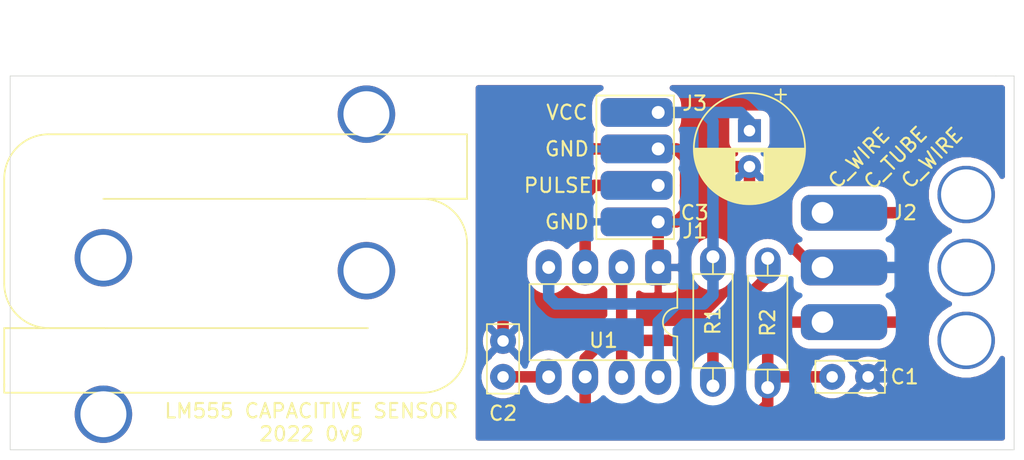
<source format=kicad_pcb>
(kicad_pcb (version 20171130) (host pcbnew 5.1.5+dfsg1-2build2)

  (general
    (thickness 1.6)
    (drawings 20)
    (tracks 72)
    (zones 0)
    (modules 9)
    (nets 7)
  )

  (page A4)
  (layers
    (0 F.Cu signal)
    (31 B.Cu signal)
    (32 B.Adhes user)
    (33 F.Adhes user)
    (34 B.Paste user)
    (35 F.Paste user)
    (36 B.SilkS user)
    (37 F.SilkS user)
    (38 B.Mask user)
    (39 F.Mask user)
    (40 Dwgs.User user)
    (41 Cmts.User user)
    (42 Eco1.User user)
    (43 Eco2.User user)
    (44 Edge.Cuts user)
    (45 Margin user)
    (46 B.CrtYd user)
    (47 F.CrtYd user)
    (48 B.Fab user)
    (49 F.Fab user)
  )

  (setup
    (last_trace_width 0.25)
    (user_trace_width 0.5)
    (user_trace_width 0.8)
    (trace_clearance 0.2)
    (zone_clearance 0.508)
    (zone_45_only no)
    (trace_min 0.2)
    (via_size 0.8)
    (via_drill 0.4)
    (via_min_size 0.4)
    (via_min_drill 0.3)
    (uvia_size 0.3)
    (uvia_drill 0.1)
    (uvias_allowed no)
    (uvia_min_size 0.2)
    (uvia_min_drill 0.1)
    (edge_width 0.05)
    (segment_width 0.2)
    (pcb_text_width 0.3)
    (pcb_text_size 1.5 1.5)
    (mod_edge_width 0.12)
    (mod_text_size 1 1)
    (mod_text_width 0.15)
    (pad_size 1.524 1.524)
    (pad_drill 0.762)
    (pad_to_mask_clearance 0.051)
    (solder_mask_min_width 0.25)
    (aux_axis_origin 0 0)
    (visible_elements FFFFFF7F)
    (pcbplotparams
      (layerselection 0x010f0_ffffffff)
      (usegerberextensions true)
      (usegerberattributes false)
      (usegerberadvancedattributes false)
      (creategerberjobfile false)
      (excludeedgelayer true)
      (linewidth 0.100000)
      (plotframeref false)
      (viasonmask false)
      (mode 1)
      (useauxorigin false)
      (hpglpennumber 1)
      (hpglpenspeed 20)
      (hpglpendiameter 15.000000)
      (psnegative false)
      (psa4output false)
      (plotreference true)
      (plotvalue false)
      (plotinvisibletext false)
      (padsonsilk false)
      (subtractmaskfromsilk true)
      (outputformat 1)
      (mirror false)
      (drillshape 0)
      (scaleselection 1)
      (outputdirectory "/home/ffsk/KicadGRBR/CAP555/"))
  )

  (net 0 "")
  (net 1 "Net-(R1-Pad2)")
  (net 2 VCC)
  (net 3 "Net-(C1-Pad1)")
  (net 4 /PULSE_OUT)
  (net 5 "Net-(C2-Pad1)")
  (net 6 GND)

  (net_class Default "This is the default net class."
    (clearance 0.2)
    (trace_width 0.25)
    (via_dia 0.8)
    (via_drill 0.4)
    (uvia_dia 0.3)
    (uvia_drill 0.1)
    (add_net /PULSE_OUT)
    (add_net GND)
    (add_net "Net-(C1-Pad1)")
    (add_net "Net-(C2-Pad1)")
    (add_net "Net-(R1-Pad2)")
    (add_net VCC)
  )

  (module myComponents:CopperPad_2x0.75 (layer F.Cu) (tedit 63039629) (tstamp 63040AB0)
    (at 76.2 56.515)
    (descr "8-lead though-hole mounted DIP package, row spacing 7.62 mm (300 mils)")
    (tags "THT DIP DIL PDIP 2.54mm 7.62mm 300mil")
    (path /62DA7976)
    (fp_text reference J2 (at 5.715 1.27 180) (layer F.SilkS)
      (effects (font (size 1 1) (thickness 0.15)))
    )
    (fp_text value Conn_01x02_Male (at 3.175 -11.43 180) (layer F.Fab)
      (effects (font (size 1 1) (thickness 0.15)))
    )
    (fp_text user %R (at 5.715 1.27 180) (layer F.Fab)
      (effects (font (size 1 1) (thickness 0.15)))
    )
    (pad "" thru_hole circle (at 10 0) (size 4 4) (drill 3.5) (layers *.Cu *.Mask))
    (pad 1 thru_hole roundrect (at 0 1.27) (size 6 2.5) (drill 1.5 (offset 1.5 0)) (layers *.Cu *.Mask) (roundrect_rratio 0.25)
      (net 3 "Net-(C1-Pad1)"))
    (pad 2 thru_hole roundrect (at 0 5.08) (size 6 2.5) (drill 1.5 (offset 1.5 0)) (layers *.Cu *.Mask) (roundrect_rratio 0.25)
      (net 6 GND))
    (pad 1 thru_hole roundrect (at 0 8.89) (size 6 2.5) (drill 1.5 (offset 1.5 0)) (layers *.Cu *.Mask) (roundrect_rratio 0.25)
      (net 3 "Net-(C1-Pad1)"))
    (pad "" thru_hole circle (at 10 5.08) (size 4 4) (drill 3.5) (layers *.Cu *.Mask))
    (pad "" thru_hole circle (at 10 10.16) (size 4 4) (drill 3.5) (layers *.Cu *.Mask))
    (model ${KISYS3DMOD}/Package_DIP.3dshapes/DIP-8_W7.62mm.wrl
      (at (xyz 0 0 0))
      (scale (xyz 1 1 1))
      (rotate (xyz 0 0 0))
    )
  )

  (module myComponents:4mmcableSteainRelief (layer F.Cu) (tedit 62D730FA) (tstamp 63040A3A)
    (at 64.77 58.42 180)
    (descr "8-lead though-hole mounted DIP package, row spacing 7.62 mm (300 mils)")
    (tags "THT DIP DIL PDIP 2.54mm 7.62mm 300mil")
    (path /62D7B783)
    (fp_text reference J3 (at -2.54 8.255 180) (layer F.SilkS)
      (effects (font (size 1 1) (thickness 0.15)))
    )
    (fp_text value Conn_01x01_Female (at 5.08 12.7 180) (layer F.Fab)
      (effects (font (size 1 1) (thickness 0.15)))
    )
    (fp_line (start 13.3 6.1) (end 42.4 6.1) (layer F.SilkS) (width 0.12))
    (fp_line (start 45.5 -4.3) (end 45.5 3) (layer F.SilkS) (width 0.12))
    (fp_line (start 45.5 -11.3) (end 45.5 -7.4) (layer F.SilkS) (width 0.12))
    (fp_line (start 13.3 -8.8) (end 13.3 -1.5) (layer F.SilkS) (width 0.12))
    (fp_line (start 16.4 -11.9) (end 45.5 -11.9) (layer F.SilkS) (width 0.12))
    (fp_line (start 13.3 1.6) (end 38.6 1.6) (layer F.SilkS) (width 0.12))
    (fp_line (start 45.5 -7.4) (end 20.2 -7.4) (layer F.SilkS) (width 0.12))
    (fp_arc (start 42.4 3) (end 42.4 6.1) (angle -90) (layer F.SilkS) (width 0.12))
    (fp_arc (start 16.4 -8.8) (end 16.4 -11.9) (angle -90) (layer F.SilkS) (width 0.12))
    (fp_arc (start 42.4 -4.3) (end 45.5 -4.3) (angle -90) (layer F.SilkS) (width 0.12))
    (fp_arc (start 16.4 -1.5) (end 13.3 -1.5) (angle -90) (layer F.SilkS) (width 0.12))
    (fp_line (start 45.5 -11.3) (end 45.5 -11.5) (layer F.SilkS) (width 0.12))
    (fp_line (start 45.5 -11.9) (end 45.5 -11.3) (layer F.SilkS) (width 0.12))
    (fp_line (start 13.3 5.6) (end 13.3 6.1) (layer F.SilkS) (width 0.12))
    (fp_line (start 13.3 1.6) (end 20.3 1.6) (layer F.SilkS) (width 0.12))
    (fp_line (start 45.5 -7.4) (end 38.5 -7.4) (layer F.SilkS) (width 0.12))
    (fp_line (start 13.3 1.6) (end 20.3 1.6) (layer F.SilkS) (width 0.12))
    (fp_line (start 13.3 1.6) (end 16.6 1.6) (layer F.SilkS) (width 0.12))
    (fp_line (start 13.3 5.6) (end 13.3 1.6) (layer F.SilkS) (width 0.12))
    (fp_line (start -1.1 8.8) (end -1.1 -1.2) (layer F.SilkS) (width 0.12))
    (fp_line (start 4.3 8.8) (end -1.1 8.8) (layer F.SilkS) (width 0.12))
    (fp_line (start 4.3 -1.2) (end 4.3 8.8) (layer F.SilkS) (width 0.12))
    (fp_line (start 4.1 -1.2) (end 4.3 -1.2) (layer F.SilkS) (width 0.12))
    (fp_line (start -1.1 -1.2) (end 4.1 -1.2) (layer F.SilkS) (width 0.12))
    (fp_line (start -1.1 1.5) (end -1.1 6.2) (layer F.SilkS) (width 0.12))
    (fp_text user %R (at -2.54 8.255 180) (layer F.Fab)
      (effects (font (size 1 1) (thickness 0.15)))
    )
    (pad "" thru_hole circle (at 38.6 -2.5 180) (size 4 4) (drill 3.2) (layers *.Cu *.Mask))
    (pad "" thru_hole circle (at 38.6 -13.4 180) (size 4 4) (drill 3.2) (layers *.Cu *.Mask))
    (pad "" thru_hole circle (at 20.3 -3.4 180) (size 4 4) (drill 3.2) (layers *.Cu *.Mask))
    (pad "" thru_hole circle (at 20.3 7.5 180) (size 4 4) (drill 3.2) (layers *.Cu *.Mask))
    (model ${KISYS3DMOD}/Package_DIP.3dshapes/DIP-8_W7.62mm.wrl
      (at (xyz 0 0 0))
      (scale (xyz 1 1 1))
      (rotate (xyz 0 0 0))
    )
  )

  (module myComponents:DIP-8_W7.62mm_Large (layer F.Cu) (tedit 62D6F48B) (tstamp 62D7A0AB)
    (at 64.77 61.595 270)
    (descr "8-lead though-hole mounted DIP package, row spacing 7.62 mm (300 mils)")
    (tags "THT DIP DIL PDIP 2.54mm 7.62mm 300mil")
    (path /62D5C296)
    (fp_text reference U1 (at 5.08 3.81) (layer F.SilkS)
      (effects (font (size 1 1) (thickness 0.15)))
    )
    (fp_text value NE555 (at 3.175 3.81 180) (layer F.Fab)
      (effects (font (size 1 1) (thickness 0.15)))
    )
    (fp_arc (start 3.81 -1.33) (end 2.81 -1.33) (angle -180) (layer F.SilkS) (width 0.12))
    (fp_line (start 1.635 -1.27) (end 6.985 -1.27) (layer F.Fab) (width 0.1))
    (fp_line (start 6.985 -1.27) (end 6.985 8.89) (layer F.Fab) (width 0.1))
    (fp_line (start 6.985 8.89) (end 0.635 8.89) (layer F.Fab) (width 0.1))
    (fp_line (start 0.635 8.89) (end 0.635 -0.27) (layer F.Fab) (width 0.1))
    (fp_line (start 0.635 -0.27) (end 1.635 -1.27) (layer F.Fab) (width 0.1))
    (fp_line (start 2.81 -1.33) (end 1.16 -1.33) (layer F.SilkS) (width 0.12))
    (fp_line (start 1.16 -1.33) (end 1.16 8.95) (layer F.SilkS) (width 0.12))
    (fp_line (start 1.16 8.95) (end 6.46 8.95) (layer F.SilkS) (width 0.12))
    (fp_line (start 6.46 8.95) (end 6.46 -1.33) (layer F.SilkS) (width 0.12))
    (fp_line (start 6.46 -1.33) (end 4.81 -1.33) (layer F.SilkS) (width 0.12))
    (fp_line (start -1.1 -1.55) (end -1.1 9.15) (layer F.CrtYd) (width 0.05))
    (fp_line (start -1.1 9.15) (end 8.7 9.15) (layer F.CrtYd) (width 0.05))
    (fp_line (start 8.7 9.15) (end 8.7 -1.55) (layer F.CrtYd) (width 0.05))
    (fp_line (start 8.7 -1.55) (end -1.1 -1.55) (layer F.CrtYd) (width 0.05))
    (fp_text user %R (at 5.08 3.81 180) (layer F.Fab)
      (effects (font (size 1 1) (thickness 0.15)))
    )
    (pad 1 thru_hole roundrect (at 0 0 270) (size 2.5 1.8) (drill 0.9) (layers *.Cu *.Mask) (roundrect_rratio 0.25)
      (net 6 GND))
    (pad 5 thru_hole oval (at 7.62 7.62 270) (size 2.5 1.8) (drill 0.9) (layers *.Cu *.Mask)
      (net 5 "Net-(C2-Pad1)"))
    (pad 2 thru_hole oval (at 0 2.54 270) (size 2.5 1.8) (drill 0.9) (layers *.Cu *.Mask)
      (net 3 "Net-(C1-Pad1)"))
    (pad 6 thru_hole oval (at 7.62 5.08 270) (size 2.5 1.8) (drill 0.9) (layers *.Cu *.Mask)
      (net 3 "Net-(C1-Pad1)"))
    (pad 3 thru_hole oval (at 0 5.08 270) (size 2.5 1.8) (drill 0.9) (layers *.Cu *.Mask)
      (net 4 /PULSE_OUT))
    (pad 7 thru_hole oval (at 7.62 2.54 270) (size 2.5 1.8) (drill 0.9) (layers *.Cu *.Mask)
      (net 1 "Net-(R1-Pad2)"))
    (pad 4 thru_hole oval (at 0 7.62 270) (size 2.5 1.8) (drill 0.9) (layers *.Cu *.Mask)
      (net 2 VCC))
    (pad 8 thru_hole oval (at 7.62 0 270) (size 2.5 1.8) (drill 0.9) (layers *.Cu *.Mask)
      (net 2 VCC))
    (model ${KISYS3DMOD}/Package_DIP.3dshapes/DIP-8_W7.62mm.wrl
      (at (xyz 0 0 0))
      (scale (xyz 1 1 1))
      (rotate (xyz 0 0 0))
    )
  )

  (module myComponents:Capker_L4.6mm_W2.0mm_P2.50mm (layer F.Cu) (tedit 62D73294) (tstamp 62D7B2D7)
    (at 53.975 69.215 90)
    (descr "C, Rect series, Radial, pin pitch=2.50mm, , length*width=4.6*2mm^2, Capacitor, http://www.wima.de/DE/WIMA_MKS_02.pdf")
    (tags "C Rect series Radial pin pitch 2.50mm  length 4.6mm width 2mm Capacitor")
    (path /62D85B6B)
    (fp_text reference C2 (at -2.54 0 180) (layer F.SilkS)
      (effects (font (size 1 1) (thickness 0.15)))
    )
    (fp_text value 10n (at 5.08 0 180) (layer F.Fab)
      (effects (font (size 1 1) (thickness 0.15)))
    )
    (fp_line (start -1.05 -1) (end -1.05 1) (layer F.Fab) (width 0.1))
    (fp_line (start -1.05 1) (end 3.55 1) (layer F.Fab) (width 0.1))
    (fp_line (start 3.55 1) (end 3.55 -1) (layer F.Fab) (width 0.1))
    (fp_line (start 3.55 -1) (end -1.05 -1) (layer F.Fab) (width 0.1))
    (fp_line (start -1.17 -1.12) (end 3.67 -1.12) (layer F.SilkS) (width 0.12))
    (fp_line (start -1.17 1.12) (end 3.67 1.12) (layer F.SilkS) (width 0.12))
    (fp_line (start -1.17 -1.12) (end -1.17 1.12) (layer F.SilkS) (width 0.12))
    (fp_line (start 3.67 -1.12) (end 3.67 1.12) (layer F.SilkS) (width 0.12))
    (fp_line (start -1.3 -1.25) (end -1.3 1.25) (layer F.CrtYd) (width 0.05))
    (fp_line (start -1.3 1.25) (end 3.8 1.25) (layer F.CrtYd) (width 0.05))
    (fp_line (start 3.8 1.25) (end 3.8 -1.25) (layer F.CrtYd) (width 0.05))
    (fp_line (start 3.8 -1.25) (end -1.3 -1.25) (layer F.CrtYd) (width 0.05))
    (fp_text user %R (at -2.54 0 180) (layer F.Fab)
      (effects (font (size 0.92 0.92) (thickness 0.138)))
    )
    (pad 1 thru_hole circle (at 0 0 90) (size 1.8 1.8) (drill 0.8) (layers *.Cu *.Mask)
      (net 5 "Net-(C2-Pad1)"))
    (pad 2 thru_hole circle (at 2.5 0 90) (size 1.8 1.8) (drill 0.8) (layers *.Cu *.Mask)
      (net 6 GND))
    (model ${KISYS3DMOD}/Capacitor_THT.3dshapes/C_Rect_L4.6mm_W2.0mm_P2.50mm_MKS02_FKP02.wrl
      (at (xyz 0 0 0))
      (scale (xyz 1 1 1))
      (rotate (xyz 0 0 0))
    )
  )

  (module myComponents:Capker_L4.6mm_W2.0mm_P2.50mm (layer F.Cu) (tedit 62D73294) (tstamp 6303FC56)
    (at 76.875 69.215)
    (descr "C, Rect series, Radial, pin pitch=2.50mm, , length*width=4.6*2mm^2, Capacitor, http://www.wima.de/DE/WIMA_MKS_02.pdf")
    (tags "C Rect series Radial pin pitch 2.50mm  length 4.6mm width 2mm Capacitor")
    (path /62DDB7BD)
    (fp_text reference C1 (at 5.04 0) (layer F.SilkS)
      (effects (font (size 1 1) (thickness 0.15)))
    )
    (fp_text value Cx (at -0.675 2.25) (layer F.Fab)
      (effects (font (size 1 1) (thickness 0.15)))
    )
    (fp_line (start -1.05 -1) (end -1.05 1) (layer F.Fab) (width 0.1))
    (fp_line (start -1.05 1) (end 3.55 1) (layer F.Fab) (width 0.1))
    (fp_line (start 3.55 1) (end 3.55 -1) (layer F.Fab) (width 0.1))
    (fp_line (start 3.55 -1) (end -1.05 -1) (layer F.Fab) (width 0.1))
    (fp_line (start -1.17 -1.12) (end 3.67 -1.12) (layer F.SilkS) (width 0.12))
    (fp_line (start -1.17 1.12) (end 3.67 1.12) (layer F.SilkS) (width 0.12))
    (fp_line (start -1.17 -1.12) (end -1.17 1.12) (layer F.SilkS) (width 0.12))
    (fp_line (start 3.67 -1.12) (end 3.67 1.12) (layer F.SilkS) (width 0.12))
    (fp_line (start -1.3 -1.25) (end -1.3 1.25) (layer F.CrtYd) (width 0.05))
    (fp_line (start -1.3 1.25) (end 3.8 1.25) (layer F.CrtYd) (width 0.05))
    (fp_line (start 3.8 1.25) (end 3.8 -1.25) (layer F.CrtYd) (width 0.05))
    (fp_line (start 3.8 -1.25) (end -1.3 -1.25) (layer F.CrtYd) (width 0.05))
    (fp_text user %R (at 5.04 0) (layer F.Fab)
      (effects (font (size 0.92 0.92) (thickness 0.138)))
    )
    (pad 1 thru_hole circle (at 0 0) (size 1.8 1.8) (drill 0.8) (layers *.Cu *.Mask)
      (net 3 "Net-(C1-Pad1)"))
    (pad 2 thru_hole circle (at 2.5 0) (size 1.8 1.8) (drill 0.8) (layers *.Cu *.Mask)
      (net 6 GND))
    (model ${KISYS3DMOD}/Capacitor_THT.3dshapes/C_Rect_L4.6mm_W2.0mm_P2.50mm_MKS02_FKP02.wrl
      (at (xyz 0 0 0))
      (scale (xyz 1 1 1))
      (rotate (xyz 0 0 0))
    )
  )

  (module myComponents:CopperPad_4x4_withZipTie (layer F.Cu) (tedit 62D72D1E) (tstamp 62D787DE)
    (at 64.77 58.42 180)
    (descr "8-lead though-hole mounted DIP package, row spacing 7.62 mm (300 mils)")
    (tags "THT DIP DIL PDIP 2.54mm 7.62mm 300mil")
    (path /62DCD863)
    (fp_text reference J1 (at -2.54 -0.635 180) (layer F.SilkS)
      (effects (font (size 1 1) (thickness 0.15)))
    )
    (fp_text value Conn_01x04_Male (at 6.35 14.605 180) (layer F.Fab)
      (effects (font (size 1 1) (thickness 0.15)))
    )
    (fp_text user %R (at -2.54 -0.635 180) (layer F.Fab)
      (effects (font (size 1 1) (thickness 0.15)))
    )
    (pad 4 thru_hole roundrect (at 0 7.62 180) (size 5 2) (drill 0.9 (offset 1.5 0)) (layers *.Cu *.Mask) (roundrect_rratio 0.25)
      (net 2 VCC))
    (pad 3 thru_hole roundrect (at 0 5.08 180) (size 5 2) (drill 0.9 (offset 1.5 0)) (layers *.Cu *.Mask) (roundrect_rratio 0.25)
      (net 6 GND))
    (pad 2 thru_hole roundrect (at 0 2.54 180) (size 5 2) (drill 0.9 (offset 1.5 0)) (layers *.Cu *.Mask) (roundrect_rratio 0.25)
      (net 4 /PULSE_OUT))
    (pad 1 thru_hole roundrect (at 0 0 180) (size 5 2) (drill 0.9 (offset 1.5 0)) (layers *.Cu *.Mask) (roundrect_rratio 0.25)
      (net 6 GND))
    (model ${KISYS3DMOD}/Package_DIP.3dshapes/DIP-8_W7.62mm.wrl
      (at (xyz 0 0 0))
      (scale (xyz 1 1 1))
      (rotate (xyz 0 0 0))
    )
  )

  (module myComponents:resistor0.25,9mm (layer F.Cu) (tedit 61FC090F) (tstamp 62D78815)
    (at 72.39 60.96 270)
    (descr "Resistor, Axial_DIN0207 series, Axial, Horizontal, pin pitch=10.16mm, 0.25W = 1/4W, length*diameter=6.3*2.5mm^2, http://cdn-reichelt.de/documents/datenblatt/B400/1_4W%23YAG.pdf")
    (tags "Resistor Axial_DIN0207 series Axial Horizontal pin pitch 10.16mm 0.25W = 1/4W length 6.3mm diameter 2.5mm")
    (path /62D661AF)
    (fp_text reference R2 (at 4.48 0 270) (layer F.SilkS)
      (effects (font (size 1 1) (thickness 0.15)))
    )
    (fp_text value R (at 2.54 0 90) (layer F.Fab)
      (effects (font (size 1 1) (thickness 0.15)))
    )
    (fp_line (start 10 1.5) (end -1 1.5) (layer F.CrtYd) (width 0.05))
    (fp_line (start -1 -1.5) (end 10 -1.5) (layer F.CrtYd) (width 0.05))
    (fp_text user %R (at 4.48 0 90) (layer F.Fab)
      (effects (font (size 1 1) (thickness 0.15)))
    )
    (fp_line (start 10 1.5) (end 10 -1.5) (layer F.CrtYd) (width 0.05))
    (fp_line (start -1 -1.5) (end -1 1.5) (layer F.CrtYd) (width 0.05))
    (fp_line (start 8.52 0) (end 7.75 0) (layer F.SilkS) (width 0.12))
    (fp_line (start 0.44 0) (end 1.21 0) (layer F.SilkS) (width 0.12))
    (fp_line (start 7.75 -1.37) (end 1.21 -1.37) (layer F.SilkS) (width 0.12))
    (fp_line (start 7.75 1.37) (end 7.75 -1.37) (layer F.SilkS) (width 0.12))
    (fp_line (start 1.21 1.37) (end 7.75 1.37) (layer F.SilkS) (width 0.12))
    (fp_line (start 1.21 -1.37) (end 1.21 1.37) (layer F.SilkS) (width 0.12))
    (fp_line (start 9.56 0) (end 7.63 0) (layer F.Fab) (width 0.1))
    (fp_line (start -0.6 0) (end 1.33 0) (layer F.Fab) (width 0.1))
    (fp_line (start 7.63 -1.25) (end 1.33 -1.25) (layer F.Fab) (width 0.1))
    (fp_line (start 7.63 1.25) (end 7.63 -1.25) (layer F.Fab) (width 0.1))
    (fp_line (start 1.33 1.25) (end 7.63 1.25) (layer F.Fab) (width 0.1))
    (fp_line (start 1.33 -1.25) (end 1.33 1.25) (layer F.Fab) (width 0.1))
    (pad 2 thru_hole oval (at 9 0 270) (size 2.5 1.8) (drill 0.9 (offset -0.5 0)) (layers *.Cu *.Mask)
      (net 3 "Net-(C1-Pad1)"))
    (pad 1 thru_hole oval (at 0 0 270) (size 2.5 1.8) (drill 0.9 (offset 0.5 0)) (layers *.Cu *.Mask)
      (net 1 "Net-(R1-Pad2)"))
    (model ${KISYS3DMOD}/Resistor_THT.3dshapes/R_Axial_DIN0207_L6.3mm_D2.5mm_P10.16mm_Horizontal.wrl
      (at (xyz 0 0 0))
      (scale (xyz 1 1 1))
      (rotate (xyz 0 0 0))
    )
  )

  (module myComponents:resistor0.25,9mm (layer F.Cu) (tedit 61FC090F) (tstamp 62D787FE)
    (at 68.58 60.85 270)
    (descr "Resistor, Axial_DIN0207 series, Axial, Horizontal, pin pitch=10.16mm, 0.25W = 1/4W, length*diameter=6.3*2.5mm^2, http://cdn-reichelt.de/documents/datenblatt/B400/1_4W%23YAG.pdf")
    (tags "Resistor Axial_DIN0207 series Axial Horizontal pin pitch 10.16mm 0.25W = 1/4W length 6.3mm diameter 2.5mm")
    (path /62D65899)
    (fp_text reference R1 (at 4.48 0 270) (layer F.SilkS)
      (effects (font (size 1 1) (thickness 0.15)))
    )
    (fp_text value R (at 2.65 0 90) (layer F.Fab)
      (effects (font (size 1 1) (thickness 0.15)))
    )
    (fp_line (start 10 1.5) (end -1 1.5) (layer F.CrtYd) (width 0.05))
    (fp_line (start -1 -1.5) (end 10 -1.5) (layer F.CrtYd) (width 0.05))
    (fp_text user %R (at 4.48 0 90) (layer F.Fab)
      (effects (font (size 1 1) (thickness 0.15)))
    )
    (fp_line (start 10 1.5) (end 10 -1.5) (layer F.CrtYd) (width 0.05))
    (fp_line (start -1 -1.5) (end -1 1.5) (layer F.CrtYd) (width 0.05))
    (fp_line (start 8.52 0) (end 7.75 0) (layer F.SilkS) (width 0.12))
    (fp_line (start 0.44 0) (end 1.21 0) (layer F.SilkS) (width 0.12))
    (fp_line (start 7.75 -1.37) (end 1.21 -1.37) (layer F.SilkS) (width 0.12))
    (fp_line (start 7.75 1.37) (end 7.75 -1.37) (layer F.SilkS) (width 0.12))
    (fp_line (start 1.21 1.37) (end 7.75 1.37) (layer F.SilkS) (width 0.12))
    (fp_line (start 1.21 -1.37) (end 1.21 1.37) (layer F.SilkS) (width 0.12))
    (fp_line (start 9.56 0) (end 7.63 0) (layer F.Fab) (width 0.1))
    (fp_line (start -0.6 0) (end 1.33 0) (layer F.Fab) (width 0.1))
    (fp_line (start 7.63 -1.25) (end 1.33 -1.25) (layer F.Fab) (width 0.1))
    (fp_line (start 7.63 1.25) (end 7.63 -1.25) (layer F.Fab) (width 0.1))
    (fp_line (start 1.33 1.25) (end 7.63 1.25) (layer F.Fab) (width 0.1))
    (fp_line (start 1.33 -1.25) (end 1.33 1.25) (layer F.Fab) (width 0.1))
    (pad 2 thru_hole oval (at 9 0 270) (size 2.5 1.8) (drill 0.9 (offset -0.5 0)) (layers *.Cu *.Mask)
      (net 1 "Net-(R1-Pad2)"))
    (pad 1 thru_hole oval (at 0 0 270) (size 2.5 1.8) (drill 0.9 (offset 0.5 0)) (layers *.Cu *.Mask)
      (net 2 VCC))
    (model ${KISYS3DMOD}/Resistor_THT.3dshapes/R_Axial_DIN0207_L6.3mm_D2.5mm_P10.16mm_Horizontal.wrl
      (at (xyz 0 0 0))
      (scale (xyz 1 1 1))
      (rotate (xyz 0 0 0))
    )
  )

  (module Capacitor_THT:CP_Radial_D7.5mm_P2.50mm (layer F.Cu) (tedit 5AE50EF0) (tstamp 6303F828)
    (at 71.12 52.07 270)
    (descr "CP, Radial series, Radial, pin pitch=2.50mm, , diameter=7.5mm, Electrolytic Capacitor")
    (tags "CP Radial series Radial pin pitch 2.50mm  diameter 7.5mm Electrolytic Capacitor")
    (path /62DB074C)
    (fp_text reference C3 (at 5.715 3.81 180) (layer F.SilkS)
      (effects (font (size 1 1) (thickness 0.15)))
    )
    (fp_text value 47u16V (at 6.985 0 180) (layer F.Fab)
      (effects (font (size 1 1) (thickness 0.15)))
    )
    (fp_text user %R (at 5.715 3.81 180) (layer F.Fab)
      (effects (font (size 1 1) (thickness 0.15)))
    )
    (fp_line (start -2.517211 -2.55) (end -2.517211 -1.8) (layer F.SilkS) (width 0.12))
    (fp_line (start -2.892211 -2.175) (end -2.142211 -2.175) (layer F.SilkS) (width 0.12))
    (fp_line (start 5.091 -0.441) (end 5.091 0.441) (layer F.SilkS) (width 0.12))
    (fp_line (start 5.051 -0.693) (end 5.051 0.693) (layer F.SilkS) (width 0.12))
    (fp_line (start 5.011 -0.877) (end 5.011 0.877) (layer F.SilkS) (width 0.12))
    (fp_line (start 4.971 -1.028) (end 4.971 1.028) (layer F.SilkS) (width 0.12))
    (fp_line (start 4.931 -1.158) (end 4.931 1.158) (layer F.SilkS) (width 0.12))
    (fp_line (start 4.891 -1.275) (end 4.891 1.275) (layer F.SilkS) (width 0.12))
    (fp_line (start 4.851 -1.381) (end 4.851 1.381) (layer F.SilkS) (width 0.12))
    (fp_line (start 4.811 -1.478) (end 4.811 1.478) (layer F.SilkS) (width 0.12))
    (fp_line (start 4.771 -1.569) (end 4.771 1.569) (layer F.SilkS) (width 0.12))
    (fp_line (start 4.731 -1.654) (end 4.731 1.654) (layer F.SilkS) (width 0.12))
    (fp_line (start 4.691 -1.733) (end 4.691 1.733) (layer F.SilkS) (width 0.12))
    (fp_line (start 4.651 -1.809) (end 4.651 1.809) (layer F.SilkS) (width 0.12))
    (fp_line (start 4.611 -1.881) (end 4.611 1.881) (layer F.SilkS) (width 0.12))
    (fp_line (start 4.571 -1.949) (end 4.571 1.949) (layer F.SilkS) (width 0.12))
    (fp_line (start 4.531 -2.014) (end 4.531 2.014) (layer F.SilkS) (width 0.12))
    (fp_line (start 4.491 -2.077) (end 4.491 2.077) (layer F.SilkS) (width 0.12))
    (fp_line (start 4.451 -2.137) (end 4.451 2.137) (layer F.SilkS) (width 0.12))
    (fp_line (start 4.411 -2.195) (end 4.411 2.195) (layer F.SilkS) (width 0.12))
    (fp_line (start 4.371 -2.25) (end 4.371 2.25) (layer F.SilkS) (width 0.12))
    (fp_line (start 4.331 -2.304) (end 4.331 2.304) (layer F.SilkS) (width 0.12))
    (fp_line (start 4.291 -2.355) (end 4.291 2.355) (layer F.SilkS) (width 0.12))
    (fp_line (start 4.251 -2.405) (end 4.251 2.405) (layer F.SilkS) (width 0.12))
    (fp_line (start 4.211 -2.454) (end 4.211 2.454) (layer F.SilkS) (width 0.12))
    (fp_line (start 4.171 -2.5) (end 4.171 2.5) (layer F.SilkS) (width 0.12))
    (fp_line (start 4.131 -2.546) (end 4.131 2.546) (layer F.SilkS) (width 0.12))
    (fp_line (start 4.091 -2.589) (end 4.091 2.589) (layer F.SilkS) (width 0.12))
    (fp_line (start 4.051 -2.632) (end 4.051 2.632) (layer F.SilkS) (width 0.12))
    (fp_line (start 4.011 -2.673) (end 4.011 2.673) (layer F.SilkS) (width 0.12))
    (fp_line (start 3.971 -2.713) (end 3.971 2.713) (layer F.SilkS) (width 0.12))
    (fp_line (start 3.931 -2.752) (end 3.931 2.752) (layer F.SilkS) (width 0.12))
    (fp_line (start 3.891 -2.79) (end 3.891 2.79) (layer F.SilkS) (width 0.12))
    (fp_line (start 3.851 -2.827) (end 3.851 2.827) (layer F.SilkS) (width 0.12))
    (fp_line (start 3.811 -2.863) (end 3.811 2.863) (layer F.SilkS) (width 0.12))
    (fp_line (start 3.771 -2.898) (end 3.771 2.898) (layer F.SilkS) (width 0.12))
    (fp_line (start 3.731 -2.931) (end 3.731 2.931) (layer F.SilkS) (width 0.12))
    (fp_line (start 3.691 -2.964) (end 3.691 2.964) (layer F.SilkS) (width 0.12))
    (fp_line (start 3.651 -2.996) (end 3.651 2.996) (layer F.SilkS) (width 0.12))
    (fp_line (start 3.611 -3.028) (end 3.611 3.028) (layer F.SilkS) (width 0.12))
    (fp_line (start 3.571 -3.058) (end 3.571 3.058) (layer F.SilkS) (width 0.12))
    (fp_line (start 3.531 1.04) (end 3.531 3.088) (layer F.SilkS) (width 0.12))
    (fp_line (start 3.531 -3.088) (end 3.531 -1.04) (layer F.SilkS) (width 0.12))
    (fp_line (start 3.491 1.04) (end 3.491 3.116) (layer F.SilkS) (width 0.12))
    (fp_line (start 3.491 -3.116) (end 3.491 -1.04) (layer F.SilkS) (width 0.12))
    (fp_line (start 3.451 1.04) (end 3.451 3.144) (layer F.SilkS) (width 0.12))
    (fp_line (start 3.451 -3.144) (end 3.451 -1.04) (layer F.SilkS) (width 0.12))
    (fp_line (start 3.411 1.04) (end 3.411 3.172) (layer F.SilkS) (width 0.12))
    (fp_line (start 3.411 -3.172) (end 3.411 -1.04) (layer F.SilkS) (width 0.12))
    (fp_line (start 3.371 1.04) (end 3.371 3.198) (layer F.SilkS) (width 0.12))
    (fp_line (start 3.371 -3.198) (end 3.371 -1.04) (layer F.SilkS) (width 0.12))
    (fp_line (start 3.331 1.04) (end 3.331 3.224) (layer F.SilkS) (width 0.12))
    (fp_line (start 3.331 -3.224) (end 3.331 -1.04) (layer F.SilkS) (width 0.12))
    (fp_line (start 3.291 1.04) (end 3.291 3.249) (layer F.SilkS) (width 0.12))
    (fp_line (start 3.291 -3.249) (end 3.291 -1.04) (layer F.SilkS) (width 0.12))
    (fp_line (start 3.251 1.04) (end 3.251 3.274) (layer F.SilkS) (width 0.12))
    (fp_line (start 3.251 -3.274) (end 3.251 -1.04) (layer F.SilkS) (width 0.12))
    (fp_line (start 3.211 1.04) (end 3.211 3.297) (layer F.SilkS) (width 0.12))
    (fp_line (start 3.211 -3.297) (end 3.211 -1.04) (layer F.SilkS) (width 0.12))
    (fp_line (start 3.171 1.04) (end 3.171 3.321) (layer F.SilkS) (width 0.12))
    (fp_line (start 3.171 -3.321) (end 3.171 -1.04) (layer F.SilkS) (width 0.12))
    (fp_line (start 3.131 1.04) (end 3.131 3.343) (layer F.SilkS) (width 0.12))
    (fp_line (start 3.131 -3.343) (end 3.131 -1.04) (layer F.SilkS) (width 0.12))
    (fp_line (start 3.091 1.04) (end 3.091 3.365) (layer F.SilkS) (width 0.12))
    (fp_line (start 3.091 -3.365) (end 3.091 -1.04) (layer F.SilkS) (width 0.12))
    (fp_line (start 3.051 1.04) (end 3.051 3.386) (layer F.SilkS) (width 0.12))
    (fp_line (start 3.051 -3.386) (end 3.051 -1.04) (layer F.SilkS) (width 0.12))
    (fp_line (start 3.011 1.04) (end 3.011 3.407) (layer F.SilkS) (width 0.12))
    (fp_line (start 3.011 -3.407) (end 3.011 -1.04) (layer F.SilkS) (width 0.12))
    (fp_line (start 2.971 1.04) (end 2.971 3.427) (layer F.SilkS) (width 0.12))
    (fp_line (start 2.971 -3.427) (end 2.971 -1.04) (layer F.SilkS) (width 0.12))
    (fp_line (start 2.931 1.04) (end 2.931 3.447) (layer F.SilkS) (width 0.12))
    (fp_line (start 2.931 -3.447) (end 2.931 -1.04) (layer F.SilkS) (width 0.12))
    (fp_line (start 2.891 1.04) (end 2.891 3.466) (layer F.SilkS) (width 0.12))
    (fp_line (start 2.891 -3.466) (end 2.891 -1.04) (layer F.SilkS) (width 0.12))
    (fp_line (start 2.851 1.04) (end 2.851 3.484) (layer F.SilkS) (width 0.12))
    (fp_line (start 2.851 -3.484) (end 2.851 -1.04) (layer F.SilkS) (width 0.12))
    (fp_line (start 2.811 1.04) (end 2.811 3.502) (layer F.SilkS) (width 0.12))
    (fp_line (start 2.811 -3.502) (end 2.811 -1.04) (layer F.SilkS) (width 0.12))
    (fp_line (start 2.771 1.04) (end 2.771 3.52) (layer F.SilkS) (width 0.12))
    (fp_line (start 2.771 -3.52) (end 2.771 -1.04) (layer F.SilkS) (width 0.12))
    (fp_line (start 2.731 1.04) (end 2.731 3.536) (layer F.SilkS) (width 0.12))
    (fp_line (start 2.731 -3.536) (end 2.731 -1.04) (layer F.SilkS) (width 0.12))
    (fp_line (start 2.691 1.04) (end 2.691 3.553) (layer F.SilkS) (width 0.12))
    (fp_line (start 2.691 -3.553) (end 2.691 -1.04) (layer F.SilkS) (width 0.12))
    (fp_line (start 2.651 1.04) (end 2.651 3.568) (layer F.SilkS) (width 0.12))
    (fp_line (start 2.651 -3.568) (end 2.651 -1.04) (layer F.SilkS) (width 0.12))
    (fp_line (start 2.611 1.04) (end 2.611 3.584) (layer F.SilkS) (width 0.12))
    (fp_line (start 2.611 -3.584) (end 2.611 -1.04) (layer F.SilkS) (width 0.12))
    (fp_line (start 2.571 1.04) (end 2.571 3.598) (layer F.SilkS) (width 0.12))
    (fp_line (start 2.571 -3.598) (end 2.571 -1.04) (layer F.SilkS) (width 0.12))
    (fp_line (start 2.531 1.04) (end 2.531 3.613) (layer F.SilkS) (width 0.12))
    (fp_line (start 2.531 -3.613) (end 2.531 -1.04) (layer F.SilkS) (width 0.12))
    (fp_line (start 2.491 1.04) (end 2.491 3.626) (layer F.SilkS) (width 0.12))
    (fp_line (start 2.491 -3.626) (end 2.491 -1.04) (layer F.SilkS) (width 0.12))
    (fp_line (start 2.451 1.04) (end 2.451 3.64) (layer F.SilkS) (width 0.12))
    (fp_line (start 2.451 -3.64) (end 2.451 -1.04) (layer F.SilkS) (width 0.12))
    (fp_line (start 2.411 1.04) (end 2.411 3.653) (layer F.SilkS) (width 0.12))
    (fp_line (start 2.411 -3.653) (end 2.411 -1.04) (layer F.SilkS) (width 0.12))
    (fp_line (start 2.371 1.04) (end 2.371 3.665) (layer F.SilkS) (width 0.12))
    (fp_line (start 2.371 -3.665) (end 2.371 -1.04) (layer F.SilkS) (width 0.12))
    (fp_line (start 2.331 1.04) (end 2.331 3.677) (layer F.SilkS) (width 0.12))
    (fp_line (start 2.331 -3.677) (end 2.331 -1.04) (layer F.SilkS) (width 0.12))
    (fp_line (start 2.291 1.04) (end 2.291 3.688) (layer F.SilkS) (width 0.12))
    (fp_line (start 2.291 -3.688) (end 2.291 -1.04) (layer F.SilkS) (width 0.12))
    (fp_line (start 2.251 1.04) (end 2.251 3.699) (layer F.SilkS) (width 0.12))
    (fp_line (start 2.251 -3.699) (end 2.251 -1.04) (layer F.SilkS) (width 0.12))
    (fp_line (start 2.211 1.04) (end 2.211 3.71) (layer F.SilkS) (width 0.12))
    (fp_line (start 2.211 -3.71) (end 2.211 -1.04) (layer F.SilkS) (width 0.12))
    (fp_line (start 2.171 1.04) (end 2.171 3.72) (layer F.SilkS) (width 0.12))
    (fp_line (start 2.171 -3.72) (end 2.171 -1.04) (layer F.SilkS) (width 0.12))
    (fp_line (start 2.131 1.04) (end 2.131 3.729) (layer F.SilkS) (width 0.12))
    (fp_line (start 2.131 -3.729) (end 2.131 -1.04) (layer F.SilkS) (width 0.12))
    (fp_line (start 2.091 1.04) (end 2.091 3.738) (layer F.SilkS) (width 0.12))
    (fp_line (start 2.091 -3.738) (end 2.091 -1.04) (layer F.SilkS) (width 0.12))
    (fp_line (start 2.051 1.04) (end 2.051 3.747) (layer F.SilkS) (width 0.12))
    (fp_line (start 2.051 -3.747) (end 2.051 -1.04) (layer F.SilkS) (width 0.12))
    (fp_line (start 2.011 1.04) (end 2.011 3.755) (layer F.SilkS) (width 0.12))
    (fp_line (start 2.011 -3.755) (end 2.011 -1.04) (layer F.SilkS) (width 0.12))
    (fp_line (start 1.971 1.04) (end 1.971 3.763) (layer F.SilkS) (width 0.12))
    (fp_line (start 1.971 -3.763) (end 1.971 -1.04) (layer F.SilkS) (width 0.12))
    (fp_line (start 1.93 1.04) (end 1.93 3.77) (layer F.SilkS) (width 0.12))
    (fp_line (start 1.93 -3.77) (end 1.93 -1.04) (layer F.SilkS) (width 0.12))
    (fp_line (start 1.89 1.04) (end 1.89 3.777) (layer F.SilkS) (width 0.12))
    (fp_line (start 1.89 -3.777) (end 1.89 -1.04) (layer F.SilkS) (width 0.12))
    (fp_line (start 1.85 1.04) (end 1.85 3.784) (layer F.SilkS) (width 0.12))
    (fp_line (start 1.85 -3.784) (end 1.85 -1.04) (layer F.SilkS) (width 0.12))
    (fp_line (start 1.81 1.04) (end 1.81 3.79) (layer F.SilkS) (width 0.12))
    (fp_line (start 1.81 -3.79) (end 1.81 -1.04) (layer F.SilkS) (width 0.12))
    (fp_line (start 1.77 1.04) (end 1.77 3.795) (layer F.SilkS) (width 0.12))
    (fp_line (start 1.77 -3.795) (end 1.77 -1.04) (layer F.SilkS) (width 0.12))
    (fp_line (start 1.73 1.04) (end 1.73 3.801) (layer F.SilkS) (width 0.12))
    (fp_line (start 1.73 -3.801) (end 1.73 -1.04) (layer F.SilkS) (width 0.12))
    (fp_line (start 1.69 1.04) (end 1.69 3.805) (layer F.SilkS) (width 0.12))
    (fp_line (start 1.69 -3.805) (end 1.69 -1.04) (layer F.SilkS) (width 0.12))
    (fp_line (start 1.65 1.04) (end 1.65 3.81) (layer F.SilkS) (width 0.12))
    (fp_line (start 1.65 -3.81) (end 1.65 -1.04) (layer F.SilkS) (width 0.12))
    (fp_line (start 1.61 1.04) (end 1.61 3.814) (layer F.SilkS) (width 0.12))
    (fp_line (start 1.61 -3.814) (end 1.61 -1.04) (layer F.SilkS) (width 0.12))
    (fp_line (start 1.57 1.04) (end 1.57 3.817) (layer F.SilkS) (width 0.12))
    (fp_line (start 1.57 -3.817) (end 1.57 -1.04) (layer F.SilkS) (width 0.12))
    (fp_line (start 1.53 1.04) (end 1.53 3.82) (layer F.SilkS) (width 0.12))
    (fp_line (start 1.53 -3.82) (end 1.53 -1.04) (layer F.SilkS) (width 0.12))
    (fp_line (start 1.49 1.04) (end 1.49 3.823) (layer F.SilkS) (width 0.12))
    (fp_line (start 1.49 -3.823) (end 1.49 -1.04) (layer F.SilkS) (width 0.12))
    (fp_line (start 1.45 -3.825) (end 1.45 3.825) (layer F.SilkS) (width 0.12))
    (fp_line (start 1.41 -3.827) (end 1.41 3.827) (layer F.SilkS) (width 0.12))
    (fp_line (start 1.37 -3.829) (end 1.37 3.829) (layer F.SilkS) (width 0.12))
    (fp_line (start 1.33 -3.83) (end 1.33 3.83) (layer F.SilkS) (width 0.12))
    (fp_line (start 1.29 -3.83) (end 1.29 3.83) (layer F.SilkS) (width 0.12))
    (fp_line (start 1.25 -3.83) (end 1.25 3.83) (layer F.SilkS) (width 0.12))
    (fp_line (start -1.586233 -2.0125) (end -1.586233 -1.2625) (layer F.Fab) (width 0.1))
    (fp_line (start -1.961233 -1.6375) (end -1.211233 -1.6375) (layer F.Fab) (width 0.1))
    (fp_circle (center 1.25 0) (end 5.25 0) (layer F.CrtYd) (width 0.05))
    (fp_circle (center 1.25 0) (end 5.12 0) (layer F.SilkS) (width 0.12))
    (fp_circle (center 1.25 0) (end 5 0) (layer F.Fab) (width 0.1))
    (pad 2 thru_hole circle (at 2.5 0 270) (size 1.6 1.6) (drill 0.8) (layers *.Cu *.Mask)
      (net 6 GND))
    (pad 1 thru_hole rect (at 0 0 270) (size 1.6 1.6) (drill 0.8) (layers *.Cu *.Mask)
      (net 2 VCC))
    (model ${KISYS3DMOD}/Capacitor_THT.3dshapes/CP_Radial_D7.5mm_P2.50mm.wrl
      (at (xyz 0 0 0))
      (scale (xyz 1 1 1))
      (rotate (xyz 0 0 0))
    )
  )

  (gr_text "LM555 CAPACITIVE SENSOR\n2022 0v9" (at 40.64 72.39) (layer F.SilkS)
    (effects (font (size 1 1) (thickness 0.15)))
  )
  (gr_line (start 88.9 47.625) (end 90.17 47.625) (layer Margin) (width 0.15) (tstamp 63040AE9))
  (gr_line (start 88.9 74.93) (end 90.17 74.93) (layer Margin) (width 0.15) (tstamp 63040AE8))
  (gr_line (start 88.265 74.295) (end 89.535 74.295) (layer Edge.Cuts) (width 0.05) (tstamp 63040AE7))
  (gr_line (start 88.265 48.26) (end 89.535 48.26) (layer Edge.Cuts) (width 0.05) (tstamp 63040AE6))
  (gr_text C_WIRE (at 78.74 53.975 45) (layer F.SilkS) (tstamp 6303EC8F)
    (effects (font (size 1 1) (thickness 0.15)))
  )
  (gr_line (start 19.685 74.295) (end 19.685 48.26) (layer Edge.Cuts) (width 0.05) (tstamp 62D7CF7F))
  (gr_line (start 88.265 74.295) (end 19.685 74.295) (layer Edge.Cuts) (width 0.05))
  (gr_line (start 89.535 48.26) (end 89.535 74.295) (layer Edge.Cuts) (width 0.05))
  (gr_line (start 19.685 48.26) (end 88.265 48.26) (layer Edge.Cuts) (width 0.05))
  (gr_text C_TUBE (at 81.28 53.975 45) (layer F.SilkS) (tstamp 62D7AE2D)
    (effects (font (size 1 1) (thickness 0.15)))
  )
  (gr_text C_WIRE (at 83.82 53.975 45) (layer F.SilkS) (tstamp 62D7AE2D)
    (effects (font (size 1 1) (thickness 0.15)))
  )
  (gr_text GND (at 58.42 58.42) (layer F.SilkS) (tstamp 62D7AE1E)
    (effects (font (size 1 1) (thickness 0.15)))
  )
  (gr_text PULSE (at 57.785 55.88) (layer F.SilkS) (tstamp 62D7AE1E)
    (effects (font (size 1 1) (thickness 0.15)))
  )
  (gr_text GND (at 58.42 53.34) (layer F.SilkS) (tstamp 62D7AE1E)
    (effects (font (size 1 1) (thickness 0.15)))
  )
  (gr_text VCC (at 58.42 50.8) (layer F.SilkS)
    (effects (font (size 1 1) (thickness 0.15)))
  )
  (gr_line (start 90.17 74.93) (end 90.17 47.625) (layer Margin) (width 0.15) (tstamp 62D7AD64))
  (gr_line (start 19.05 74.93) (end 19.05 47.625) (layer Margin) (width 0.15) (tstamp 62D7AD63))
  (gr_line (start 19.05 74.93) (end 88.9 74.93) (layer Margin) (width 0.15))
  (gr_line (start 19.05 47.625) (end 88.9 47.625) (layer Margin) (width 0.15))

  (segment (start 62.23 69.215) (end 62.23 67.31) (width 0.8) (layer F.Cu) (net 1))
  (segment (start 62.23 67.31) (end 62.865 66.675) (width 0.8) (layer F.Cu) (net 1))
  (segment (start 62.865 66.675) (end 67.945 66.675) (width 0.8) (layer F.Cu) (net 1))
  (segment (start 67.945 66.675) (end 68.58 67.31) (width 0.8) (layer F.Cu) (net 1))
  (segment (start 68.58 67.31) (end 68.58 69.85) (width 0.8) (layer F.Cu) (net 1))
  (segment (start 72.39 62.23) (end 72.39 60.96) (width 0.8) (layer F.Cu) (net 1))
  (segment (start 67.945 66.675) (end 72.39 62.23) (width 0.8) (layer F.Cu) (net 1))
  (segment (start 67.945 50.8) (end 68.58 51.435) (width 0.8) (layer B.Cu) (net 2))
  (segment (start 64.77 50.8) (end 67.945 50.8) (width 0.8) (layer B.Cu) (net 2))
  (segment (start 68.58 53.035) (end 68.58 52.705) (width 0.8) (layer B.Cu) (net 2))
  (segment (start 68.58 52.705) (end 68.58 60.85) (width 0.8) (layer B.Cu) (net 2))
  (segment (start 68.58 51.435) (end 68.58 52.705) (width 0.8) (layer B.Cu) (net 2))
  (segment (start 57.15 63.645) (end 57.64 64.135) (width 0.8) (layer B.Cu) (net 2))
  (segment (start 57.15 61.595) (end 57.15 63.645) (width 0.8) (layer B.Cu) (net 2))
  (segment (start 68.58 63.5) (end 68.58 60.85) (width 0.8) (layer B.Cu) (net 2))
  (segment (start 67.945 64.135) (end 68.58 63.5) (width 0.8) (layer B.Cu) (net 2))
  (segment (start 64.77 65.405) (end 66.04 64.135) (width 0.8) (layer B.Cu) (net 2))
  (segment (start 64.77 69.215) (end 64.77 65.405) (width 0.8) (layer B.Cu) (net 2))
  (segment (start 66.04 64.135) (end 67.945 64.135) (width 0.8) (layer B.Cu) (net 2))
  (segment (start 57.64 64.135) (end 66.04 64.135) (width 0.8) (layer B.Cu) (net 2))
  (segment (start 71.12 52.07) (end 71.12 51.435) (width 0.8) (layer B.Cu) (net 2))
  (segment (start 70.485 50.8) (end 67.945 50.8) (width 0.8) (layer B.Cu) (net 2))
  (segment (start 71.12 51.435) (end 70.485 50.8) (width 0.8) (layer B.Cu) (net 2))
  (segment (start 59.69 71.265) (end 60.18 71.755) (width 0.8) (layer F.Cu) (net 3))
  (segment (start 59.69 69.215) (end 59.69 71.265) (width 0.8) (layer F.Cu) (net 3))
  (segment (start 60.18 71.755) (end 71.755 71.755) (width 0.8) (layer F.Cu) (net 3))
  (segment (start 71.755 71.755) (end 72.39 71.12) (width 0.8) (layer F.Cu) (net 3))
  (segment (start 72.39 71.12) (end 72.39 69.96) (width 0.8) (layer F.Cu) (net 3))
  (segment (start 72.5 69.85) (end 72.39 69.96) (width 0.8) (layer F.Cu) (net 3))
  (segment (start 59.69 67.945) (end 59.69 69.215) (width 0.8) (layer F.Cu) (net 3))
  (segment (start 62.23 65.405) (end 59.69 67.945) (width 0.8) (layer F.Cu) (net 3))
  (segment (start 62.23 61.595) (end 62.23 65.405) (width 0.8) (layer F.Cu) (net 3))
  (segment (start 72.39 69.96) (end 72.39 69.215) (width 0.8) (layer F.Cu) (net 3))
  (segment (start 73.135 69.215) (end 72.39 69.96) (width 0.8) (layer F.Cu) (net 3))
  (segment (start 76.875 69.215) (end 73.135 69.215) (width 0.8) (layer F.Cu) (net 3))
  (segment (start 76.2 65.405) (end 73.025 65.405) (width 0.8) (layer F.Cu) (net 3))
  (segment (start 72.39 66.04) (end 72.39 69.96) (width 0.8) (layer F.Cu) (net 3))
  (segment (start 73.025 65.405) (end 72.39 66.04) (width 0.8) (layer F.Cu) (net 3))
  (segment (start 76.2 57.785) (end 81.915 57.785) (width 0.8) (layer F.Cu) (net 3))
  (segment (start 81.915 57.785) (end 82.55 58.42) (width 0.8) (layer F.Cu) (net 3))
  (segment (start 82.55 58.42) (end 82.55 64.77) (width 0.8) (layer F.Cu) (net 3))
  (segment (start 82.55 64.77) (end 81.915 65.405) (width 0.8) (layer F.Cu) (net 3))
  (segment (start 81.915 65.405) (end 76.2 65.405) (width 0.8) (layer F.Cu) (net 3))
  (segment (start 60.325 55.88) (end 64.77 55.88) (width 0.8) (layer F.Cu) (net 4))
  (segment (start 59.69 56.515) (end 60.325 55.88) (width 0.8) (layer F.Cu) (net 4))
  (segment (start 59.69 61.595) (end 59.69 56.515) (width 0.8) (layer F.Cu) (net 4))
  (segment (start 53.975 69.215) (end 57.15 69.215) (width 0.8) (layer F.Cu) (net 5))
  (segment (start 64.77 53.34) (end 66.04 53.34) (width 0.8) (layer F.Cu) (net 6))
  (segment (start 66.04 53.34) (end 66.675 53.975) (width 0.8) (layer F.Cu) (net 6))
  (segment (start 66.04 58.42) (end 64.77 58.42) (width 0.8) (layer F.Cu) (net 6))
  (segment (start 66.675 57.785) (end 66.04 58.42) (width 0.8) (layer F.Cu) (net 6))
  (segment (start 66.675 55.88) (end 66.675 57.785) (width 0.8) (layer F.Cu) (net 6))
  (segment (start 66.675 53.975) (end 66.675 55.88) (width 0.8) (layer F.Cu) (net 6))
  (segment (start 64.77 53.34) (end 60.325 53.34) (width 0.8) (layer F.Cu) (net 6))
  (segment (start 53.975 66.715) (end 53.975 59.69) (width 0.8) (layer F.Cu) (net 6))
  (segment (start 53.975 59.69) (end 54.61 59.055) (width 0.8) (layer F.Cu) (net 6))
  (segment (start 54.61 59.055) (end 57.15 59.055) (width 0.8) (layer F.Cu) (net 6))
  (segment (start 57.15 59.055) (end 57.785 58.42) (width 0.8) (layer F.Cu) (net 6))
  (segment (start 57.785 58.42) (end 57.785 53.975) (width 0.8) (layer F.Cu) (net 6))
  (segment (start 58.42 53.34) (end 60.325 53.34) (width 0.8) (layer F.Cu) (net 6))
  (segment (start 57.785 53.975) (end 58.42 53.34) (width 0.8) (layer F.Cu) (net 6))
  (segment (start 64.77 61.595) (end 64.77 58.42) (width 0.8) (layer F.Cu) (net 6))
  (segment (start 67.27 54.57) (end 66.675 53.975) (width 0.8) (layer F.Cu) (net 6))
  (segment (start 71.12 54.57) (end 67.27 54.57) (width 0.8) (layer F.Cu) (net 6))
  (segment (start 76.2 61.595) (end 75.565 61.595) (width 0.8) (layer F.Cu) (net 6))
  (segment (start 71.12 57.15) (end 71.12 54.57) (width 0.8) (layer F.Cu) (net 6))
  (segment (start 75.565 61.595) (end 71.12 57.15) (width 0.8) (layer F.Cu) (net 6))
  (segment (start 76.2 61.595) (end 81.915 61.595) (width 0.8) (layer B.Cu) (net 6))
  (segment (start 81.915 61.595) (end 82.55 62.23) (width 0.8) (layer B.Cu) (net 6))
  (segment (start 82.55 62.23) (end 82.55 68.58) (width 0.8) (layer B.Cu) (net 6))
  (segment (start 81.915 69.215) (end 79.375 69.215) (width 0.8) (layer B.Cu) (net 6))
  (segment (start 82.55 68.58) (end 81.915 69.215) (width 0.8) (layer B.Cu) (net 6))

  (zone (net 6) (net_name GND) (layer F.Cu) (tstamp 63063B21) (hatch edge 0.508)
    (connect_pads (clearance 0.6))
    (min_thickness 0.4)
    (fill yes (arc_segments 32) (thermal_gap 0.508) (thermal_bridge_width 0.508))
    (polygon
      (pts
        (xy 88.9 73.66) (xy 52.07 73.66) (xy 52.07 48.895) (xy 88.9 48.895)
      )
    )
    (filled_polygon
      (pts
        (xy 60.771031 49.095381) (xy 60.545609 49.215872) (xy 60.348025 49.378025) (xy 60.185872 49.575609) (xy 60.065381 49.801031)
        (xy 59.991183 50.045628) (xy 59.96613 50.3) (xy 59.96613 51.3) (xy 59.991183 51.554372) (xy 60.065381 51.798969)
        (xy 60.160888 51.977649) (xy 60.112728 52.067749) (xy 60.072244 52.201208) (xy 60.058574 52.34) (xy 60.062 53.109)
        (xy 60.239 53.286) (xy 63.216 53.286) (xy 63.216 53.266) (xy 63.324 53.266) (xy 63.324 53.286)
        (xy 66.301 53.286) (xy 66.478 53.109) (xy 66.481426 52.34) (xy 66.467756 52.201208) (xy 66.427272 52.067749)
        (xy 66.379112 51.977649) (xy 66.474619 51.798969) (xy 66.548817 51.554372) (xy 66.57387 51.3) (xy 66.57387 51.27)
        (xy 69.51613 51.27) (xy 69.51613 52.87) (xy 69.531576 53.026827) (xy 69.577321 53.177628) (xy 69.651607 53.316606)
        (xy 69.751578 53.438422) (xy 69.873394 53.538393) (xy 70.012372 53.612679) (xy 70.118504 53.644874) (xy 70.136266 53.662636)
        (xy 69.863137 53.723583) (xy 69.722159 53.985048) (xy 69.6349 54.268993) (xy 69.604713 54.564506) (xy 69.632756 54.860229)
        (xy 69.717954 55.144799) (xy 69.857032 55.407279) (xy 69.863137 55.416417) (xy 70.136268 55.477364) (xy 71.043632 54.57)
        (xy 71.02949 54.555858) (xy 71.105858 54.47949) (xy 71.12 54.493632) (xy 71.134142 54.47949) (xy 71.21051 54.555858)
        (xy 71.196368 54.57) (xy 72.103732 55.477364) (xy 72.376863 55.416417) (xy 72.517841 55.154952) (xy 72.6051 54.871007)
        (xy 72.635287 54.575494) (xy 72.607244 54.279771) (xy 72.522046 53.995201) (xy 72.382968 53.732721) (xy 72.376863 53.723583)
        (xy 72.103734 53.662636) (xy 72.121496 53.644874) (xy 72.227628 53.612679) (xy 72.366606 53.538393) (xy 72.488422 53.438422)
        (xy 72.588393 53.316606) (xy 72.662679 53.177628) (xy 72.708424 53.026827) (xy 72.72387 52.87) (xy 72.72387 51.27)
        (xy 72.708424 51.113173) (xy 72.662679 50.962372) (xy 72.588393 50.823394) (xy 72.488422 50.701578) (xy 72.366606 50.601607)
        (xy 72.227628 50.527321) (xy 72.076827 50.481576) (xy 71.92 50.46613) (xy 70.32 50.46613) (xy 70.163173 50.481576)
        (xy 70.012372 50.527321) (xy 69.873394 50.601607) (xy 69.751578 50.701578) (xy 69.651607 50.823394) (xy 69.577321 50.962372)
        (xy 69.531576 51.113173) (xy 69.51613 51.27) (xy 66.57387 51.27) (xy 66.57387 50.3) (xy 66.548817 50.045628)
        (xy 66.474619 49.801031) (xy 66.354128 49.575609) (xy 66.191975 49.378025) (xy 65.994391 49.215872) (xy 65.768969 49.095381)
        (xy 65.767713 49.095) (xy 88.7 49.095) (xy 88.7 55.233782) (xy 88.681328 55.188703) (xy 88.374902 54.730104)
        (xy 87.984896 54.340098) (xy 87.526297 54.033672) (xy 87.01673 53.822602) (xy 86.475776 53.715) (xy 85.924224 53.715)
        (xy 85.38327 53.822602) (xy 84.873703 54.033672) (xy 84.415104 54.340098) (xy 84.025098 54.730104) (xy 83.718672 55.188703)
        (xy 83.507602 55.69827) (xy 83.4 56.239224) (xy 83.4 56.790776) (xy 83.507602 57.33173) (xy 83.718672 57.841297)
        (xy 84.025098 58.299896) (xy 84.415104 58.689902) (xy 84.873703 58.996328) (xy 85.015349 59.055) (xy 84.873703 59.113672)
        (xy 84.415104 59.420098) (xy 84.025098 59.810104) (xy 83.75 60.221817) (xy 83.75 58.47895) (xy 83.755806 58.42)
        (xy 83.732637 58.184759) (xy 83.664019 57.958558) (xy 83.601342 57.841297) (xy 83.552591 57.75009) (xy 83.402634 57.567366)
        (xy 83.356836 57.529781) (xy 82.805216 56.978161) (xy 82.767634 56.932366) (xy 82.58491 56.782409) (xy 82.376442 56.670981)
        (xy 82.150241 56.602363) (xy 81.97395 56.585) (xy 81.973947 56.585) (xy 81.915 56.579194) (xy 81.856053 56.585)
        (xy 81.380033 56.585) (xy 81.263062 56.366162) (xy 81.085364 56.149636) (xy 80.868838 55.971938) (xy 80.621805 55.839896)
        (xy 80.353759 55.758585) (xy 80.075 55.73113) (xy 75.325 55.73113) (xy 75.046241 55.758585) (xy 74.778195 55.839896)
        (xy 74.531162 55.971938) (xy 74.314636 56.149636) (xy 74.136938 56.366162) (xy 74.004896 56.613195) (xy 73.923585 56.881241)
        (xy 73.89613 57.16) (xy 73.89613 58.41) (xy 73.923585 58.688759) (xy 74.004896 58.956805) (xy 74.136938 59.203838)
        (xy 74.314636 59.420364) (xy 74.531162 59.598062) (xy 74.613533 59.64209) (xy 74.561208 59.647244) (xy 74.427749 59.687728)
        (xy 74.304753 59.753471) (xy 74.196946 59.841946) (xy 74.108471 59.949753) (xy 74.042728 60.072749) (xy 74.002244 60.206208)
        (xy 73.988574 60.345) (xy 73.989181 60.525475) (xy 73.968194 60.456291) (xy 73.810337 60.160961) (xy 73.597897 59.902103)
        (xy 73.339039 59.689663) (xy 73.043709 59.531806) (xy 72.723258 59.434598) (xy 72.39 59.401775) (xy 72.056743 59.434598)
        (xy 71.736292 59.531806) (xy 71.440962 59.689663) (xy 71.182104 59.902103) (xy 70.969663 60.160961) (xy 70.811806 60.456291)
        (xy 70.714598 60.776742) (xy 70.69 61.02649) (xy 70.69 61.893509) (xy 70.714598 62.143257) (xy 70.729747 62.193197)
        (xy 67.447944 65.475) (xy 63.428912 65.475) (xy 63.43 65.46395) (xy 63.43 65.463948) (xy 63.435806 65.405001)
        (xy 63.43 65.346054) (xy 63.43 63.399801) (xy 63.474753 63.436529) (xy 63.597749 63.502272) (xy 63.731208 63.542756)
        (xy 63.87 63.556426) (xy 64.539 63.553) (xy 64.716 63.376) (xy 64.716 61.649) (xy 64.824 61.649)
        (xy 64.824 63.376) (xy 65.001 63.553) (xy 65.67 63.556426) (xy 65.808792 63.542756) (xy 65.942251 63.502272)
        (xy 66.065247 63.436529) (xy 66.173054 63.348054) (xy 66.261529 63.240247) (xy 66.327272 63.117251) (xy 66.367756 62.983792)
        (xy 66.381426 62.845) (xy 66.378 61.826) (xy 66.201 61.649) (xy 64.824 61.649) (xy 64.716 61.649)
        (xy 64.696 61.649) (xy 64.696 61.541) (xy 64.716 61.541) (xy 64.716 61.521) (xy 64.824 61.521)
        (xy 64.824 61.541) (xy 66.201 61.541) (xy 66.378 61.364) (xy 66.379504 60.91649) (xy 66.88 60.91649)
        (xy 66.88 61.783509) (xy 66.904598 62.033257) (xy 67.001806 62.353708) (xy 67.159663 62.649038) (xy 67.372103 62.907897)
        (xy 67.630961 63.120337) (xy 67.926291 63.278194) (xy 68.246742 63.375402) (xy 68.58 63.408225) (xy 68.913257 63.375402)
        (xy 69.233708 63.278194) (xy 69.529038 63.120337) (xy 69.787897 62.907897) (xy 70.000337 62.649039) (xy 70.158194 62.353709)
        (xy 70.255402 62.033258) (xy 70.28 61.78351) (xy 70.28 60.916491) (xy 70.255402 60.666743) (xy 70.158194 60.346291)
        (xy 70.000337 60.050961) (xy 69.787897 59.792103) (xy 69.529039 59.579663) (xy 69.233709 59.421806) (xy 68.913258 59.324598)
        (xy 68.58 59.291775) (xy 68.246743 59.324598) (xy 67.926292 59.421806) (xy 67.630962 59.579663) (xy 67.372104 59.792103)
        (xy 67.159663 60.050961) (xy 67.001806 60.346291) (xy 66.904598 60.666742) (xy 66.88 60.91649) (xy 66.379504 60.91649)
        (xy 66.381426 60.345) (xy 66.367756 60.206208) (xy 66.327272 60.072749) (xy 66.261529 59.949753) (xy 66.253074 59.939451)
        (xy 66.273054 59.923054) (xy 66.361529 59.815247) (xy 66.427272 59.692251) (xy 66.467756 59.558792) (xy 66.481426 59.42)
        (xy 66.478 58.651) (xy 66.301 58.474) (xy 63.324 58.474) (xy 63.324 58.494) (xy 63.216 58.494)
        (xy 63.216 58.474) (xy 63.196 58.474) (xy 63.196 58.366) (xy 63.216 58.366) (xy 63.216 58.346)
        (xy 63.324 58.346) (xy 63.324 58.366) (xy 66.301 58.366) (xy 66.478 58.189) (xy 66.481426 57.42)
        (xy 66.467756 57.281208) (xy 66.427272 57.147749) (xy 66.379112 57.057649) (xy 66.474619 56.878969) (xy 66.548817 56.634372)
        (xy 66.57387 56.38) (xy 66.57387 55.553732) (xy 70.212636 55.553732) (xy 70.273583 55.826863) (xy 70.535048 55.967841)
        (xy 70.818993 56.0551) (xy 71.114506 56.085287) (xy 71.410229 56.057244) (xy 71.694799 55.972046) (xy 71.957279 55.832968)
        (xy 71.966417 55.826863) (xy 72.027364 55.553732) (xy 71.12 54.646368) (xy 70.212636 55.553732) (xy 66.57387 55.553732)
        (xy 66.57387 55.38) (xy 66.548817 55.125628) (xy 66.474619 54.881031) (xy 66.379112 54.702351) (xy 66.427272 54.612251)
        (xy 66.467756 54.478792) (xy 66.481426 54.34) (xy 66.478 53.571) (xy 66.301 53.394) (xy 63.324 53.394)
        (xy 63.324 53.414) (xy 63.216 53.414) (xy 63.216 53.394) (xy 60.239 53.394) (xy 60.062 53.571)
        (xy 60.058574 54.34) (xy 60.072244 54.478792) (xy 60.112728 54.612251) (xy 60.154798 54.690957) (xy 60.089759 54.697363)
        (xy 59.863558 54.765981) (xy 59.65509 54.877409) (xy 59.472366 55.027366) (xy 59.43478 55.073165) (xy 58.883156 55.624788)
        (xy 58.837367 55.662366) (xy 58.79979 55.708154) (xy 58.799788 55.708156) (xy 58.687409 55.84509) (xy 58.575981 56.053559)
        (xy 58.507364 56.27976) (xy 58.484194 56.515) (xy 58.490001 56.573957) (xy 58.49 60.030623) (xy 58.482104 60.037103)
        (xy 58.42 60.112776) (xy 58.357897 60.037103) (xy 58.099039 59.824663) (xy 57.803709 59.666806) (xy 57.483258 59.569598)
        (xy 57.15 59.536775) (xy 56.816743 59.569598) (xy 56.496292 59.666806) (xy 56.200962 59.824663) (xy 55.942104 60.037103)
        (xy 55.729663 60.295961) (xy 55.571806 60.591291) (xy 55.474598 60.911742) (xy 55.45 61.16149) (xy 55.45 62.028509)
        (xy 55.474598 62.278257) (xy 55.571806 62.598708) (xy 55.729663 62.894038) (xy 55.942103 63.152897) (xy 56.200961 63.365337)
        (xy 56.496291 63.523194) (xy 56.816742 63.620402) (xy 57.15 63.653225) (xy 57.483257 63.620402) (xy 57.803708 63.523194)
        (xy 58.099038 63.365337) (xy 58.357897 63.152897) (xy 58.42 63.077224) (xy 58.482103 63.152897) (xy 58.740961 63.365337)
        (xy 59.036291 63.523194) (xy 59.356742 63.620402) (xy 59.69 63.653225) (xy 60.023257 63.620402) (xy 60.343708 63.523194)
        (xy 60.639038 63.365337) (xy 60.897897 63.152897) (xy 60.96 63.077224) (xy 61.022103 63.152897) (xy 61.03 63.159378)
        (xy 61.030001 64.907943) (xy 58.88316 67.054784) (xy 58.837366 67.092366) (xy 58.757571 67.189598) (xy 58.687409 67.27509)
        (xy 58.603852 67.431415) (xy 58.575981 67.483559) (xy 58.537004 67.612048) (xy 58.482104 67.657103) (xy 58.42 67.732776)
        (xy 58.357897 67.657103) (xy 58.099039 67.444663) (xy 57.803709 67.286806) (xy 57.483258 67.189598) (xy 57.15 67.156775)
        (xy 56.816743 67.189598) (xy 56.496292 67.286806) (xy 56.200962 67.444663) (xy 55.942104 67.657103) (xy 55.729663 67.915961)
        (xy 55.676726 68.015) (xy 55.179164 68.015) (xy 55.058687 67.894523) (xy 54.941524 67.816237) (xy 54.95347 67.769838)
        (xy 53.975 66.791368) (xy 52.99653 67.769838) (xy 53.008476 67.816237) (xy 52.891313 67.894523) (xy 52.654523 68.131313)
        (xy 52.468479 68.409748) (xy 52.34033 68.719128) (xy 52.275 69.047565) (xy 52.275 69.382435) (xy 52.34033 69.710872)
        (xy 52.468479 70.020252) (xy 52.654523 70.298687) (xy 52.891313 70.535477) (xy 53.169748 70.721521) (xy 53.479128 70.84967)
        (xy 53.807565 70.915) (xy 54.142435 70.915) (xy 54.470872 70.84967) (xy 54.780252 70.721521) (xy 55.058687 70.535477)
        (xy 55.179164 70.415) (xy 55.676726 70.415) (xy 55.729663 70.514038) (xy 55.942103 70.772897) (xy 56.200961 70.985337)
        (xy 56.496291 71.143194) (xy 56.816742 71.240402) (xy 57.15 71.273225) (xy 57.483257 71.240402) (xy 57.803708 71.143194)
        (xy 58.099038 70.985337) (xy 58.357897 70.772897) (xy 58.42 70.697224) (xy 58.482103 70.772897) (xy 58.490001 70.779379)
        (xy 58.490001 71.206043) (xy 58.484194 71.265) (xy 58.496328 71.388194) (xy 58.507364 71.500241) (xy 58.513285 71.519759)
        (xy 58.575981 71.726441) (xy 58.687409 71.93491) (xy 58.799788 72.071844) (xy 58.837367 72.117634) (xy 58.883156 72.155212)
        (xy 59.28978 72.561835) (xy 59.327366 72.607634) (xy 59.51009 72.757591) (xy 59.718558 72.869019) (xy 59.944759 72.937637)
        (xy 60.18 72.960806) (xy 60.23895 72.955) (xy 71.696053 72.955) (xy 71.755 72.960806) (xy 71.813947 72.955)
        (xy 71.81395 72.955) (xy 71.990241 72.937637) (xy 72.216442 72.869019) (xy 72.42491 72.757591) (xy 72.607634 72.607634)
        (xy 72.645216 72.561839) (xy 73.196836 72.010219) (xy 73.242634 71.972634) (xy 73.392591 71.78991) (xy 73.504019 71.581442)
        (xy 73.572637 71.355241) (xy 73.59 71.17895) (xy 73.59 71.178949) (xy 73.595806 71.12) (xy 73.59 71.06105)
        (xy 73.59 71.024378) (xy 73.597897 71.017897) (xy 73.810337 70.759039) (xy 73.968194 70.463709) (xy 73.98297 70.415)
        (xy 75.670836 70.415) (xy 75.791313 70.535477) (xy 76.069748 70.721521) (xy 76.379128 70.84967) (xy 76.707565 70.915)
        (xy 77.042435 70.915) (xy 77.370872 70.84967) (xy 77.680252 70.721521) (xy 77.958687 70.535477) (xy 78.195477 70.298687)
        (xy 78.214753 70.269838) (xy 78.39653 70.269838) (xy 78.469486 70.553204) (xy 78.747956 70.704147) (xy 79.050523 70.797864)
        (xy 79.365559 70.830752) (xy 79.680958 70.801548) (xy 79.9846 70.711374) (xy 80.264815 70.563694) (xy 80.280514 70.553204)
        (xy 80.35347 70.269838) (xy 79.375 69.291368) (xy 78.39653 70.269838) (xy 78.214753 70.269838) (xy 78.273763 70.181524)
        (xy 78.320162 70.19347) (xy 79.298632 69.215) (xy 79.451368 69.215) (xy 80.429838 70.19347) (xy 80.713204 70.120514)
        (xy 80.864147 69.842044) (xy 80.957864 69.539477) (xy 80.990752 69.224441) (xy 80.961548 68.909042) (xy 80.871374 68.6054)
        (xy 80.723694 68.325185) (xy 80.713204 68.309486) (xy 80.429838 68.23653) (xy 79.451368 69.215) (xy 79.298632 69.215)
        (xy 78.320162 68.23653) (xy 78.273763 68.248476) (xy 78.214754 68.160162) (xy 78.39653 68.160162) (xy 79.375 69.138632)
        (xy 80.35347 68.160162) (xy 80.280514 67.876796) (xy 80.002044 67.725853) (xy 79.699477 67.632136) (xy 79.384441 67.599248)
        (xy 79.069042 67.628452) (xy 78.7654 67.718626) (xy 78.485185 67.866306) (xy 78.469486 67.876796) (xy 78.39653 68.160162)
        (xy 78.214754 68.160162) (xy 78.195477 68.131313) (xy 77.958687 67.894523) (xy 77.680252 67.708479) (xy 77.370872 67.58033)
        (xy 77.042435 67.515) (xy 76.707565 67.515) (xy 76.379128 67.58033) (xy 76.069748 67.708479) (xy 75.791313 67.894523)
        (xy 75.670836 68.015) (xy 73.690549 68.015) (xy 73.597897 67.902103) (xy 73.59 67.895622) (xy 73.59 66.605)
        (xy 74.019967 66.605) (xy 74.136938 66.823838) (xy 74.314636 67.040364) (xy 74.531162 67.218062) (xy 74.778195 67.350104)
        (xy 75.046241 67.431415) (xy 75.325 67.45887) (xy 80.075 67.45887) (xy 80.353759 67.431415) (xy 80.621805 67.350104)
        (xy 80.868838 67.218062) (xy 81.085364 67.040364) (xy 81.263062 66.823838) (xy 81.380033 66.605) (xy 81.856053 66.605)
        (xy 81.915 66.610806) (xy 81.973947 66.605) (xy 81.97395 66.605) (xy 82.150241 66.587637) (xy 82.376442 66.519019)
        (xy 82.58491 66.407591) (xy 82.767634 66.257634) (xy 82.805216 66.211839) (xy 83.356835 65.66022) (xy 83.402634 65.622634)
        (xy 83.552591 65.43991) (xy 83.664019 65.231442) (xy 83.732637 65.005241) (xy 83.75 64.82895) (xy 83.755806 64.77)
        (xy 83.75 64.71105) (xy 83.75 62.968183) (xy 84.025098 63.379896) (xy 84.415104 63.769902) (xy 84.873703 64.076328)
        (xy 85.015349 64.135) (xy 84.873703 64.193672) (xy 84.415104 64.500098) (xy 84.025098 64.890104) (xy 83.718672 65.348703)
        (xy 83.507602 65.85827) (xy 83.4 66.399224) (xy 83.4 66.950776) (xy 83.507602 67.49173) (xy 83.718672 68.001297)
        (xy 84.025098 68.459896) (xy 84.415104 68.849902) (xy 84.873703 69.156328) (xy 85.38327 69.367398) (xy 85.924224 69.475)
        (xy 86.475776 69.475) (xy 87.01673 69.367398) (xy 87.526297 69.156328) (xy 87.984896 68.849902) (xy 88.374902 68.459896)
        (xy 88.681328 68.001297) (xy 88.7 67.956219) (xy 88.7 73.46) (xy 52.27 73.46) (xy 52.27 66.705559)
        (xy 52.359248 66.705559) (xy 52.388452 67.020958) (xy 52.478626 67.3246) (xy 52.626306 67.604815) (xy 52.636796 67.620514)
        (xy 52.920162 67.69347) (xy 53.898632 66.715) (xy 54.051368 66.715) (xy 55.029838 67.69347) (xy 55.313204 67.620514)
        (xy 55.464147 67.342044) (xy 55.557864 67.039477) (xy 55.590752 66.724441) (xy 55.561548 66.409042) (xy 55.471374 66.1054)
        (xy 55.323694 65.825185) (xy 55.313204 65.809486) (xy 55.029838 65.73653) (xy 54.051368 66.715) (xy 53.898632 66.715)
        (xy 52.920162 65.73653) (xy 52.636796 65.809486) (xy 52.485853 66.087956) (xy 52.392136 66.390523) (xy 52.359248 66.705559)
        (xy 52.27 66.705559) (xy 52.27 65.660162) (xy 52.99653 65.660162) (xy 53.975 66.638632) (xy 54.95347 65.660162)
        (xy 54.880514 65.376796) (xy 54.602044 65.225853) (xy 54.299477 65.132136) (xy 53.984441 65.099248) (xy 53.669042 65.128452)
        (xy 53.3654 65.218626) (xy 53.085185 65.366306) (xy 53.069486 65.376796) (xy 52.99653 65.660162) (xy 52.27 65.660162)
        (xy 52.27 49.095) (xy 60.772287 49.095)
      )
    )
  )
  (zone (net 6) (net_name GND) (layer B.Cu) (tstamp 63063B1E) (hatch edge 0.508)
    (connect_pads (clearance 0.6))
    (min_thickness 0.4)
    (fill yes (arc_segments 32) (thermal_gap 0.508) (thermal_bridge_width 0.508))
    (polygon
      (pts
        (xy 88.9 73.66) (xy 52.07 73.66) (xy 52.07 48.895) (xy 88.9 48.895)
      )
    )
    (filled_polygon
      (pts
        (xy 60.771031 49.095381) (xy 60.545609 49.215872) (xy 60.348025 49.378025) (xy 60.185872 49.575609) (xy 60.065381 49.801031)
        (xy 59.991183 50.045628) (xy 59.96613 50.3) (xy 59.96613 51.3) (xy 59.991183 51.554372) (xy 60.065381 51.798969)
        (xy 60.160888 51.977649) (xy 60.112728 52.067749) (xy 60.072244 52.201208) (xy 60.058574 52.34) (xy 60.062 53.109)
        (xy 60.239 53.286) (xy 63.216 53.286) (xy 63.216 53.266) (xy 63.324 53.266) (xy 63.324 53.286)
        (xy 66.301 53.286) (xy 66.478 53.109) (xy 66.481426 52.34) (xy 66.467756 52.201208) (xy 66.427272 52.067749)
        (xy 66.391059 52) (xy 67.38 52) (xy 67.38 52.646051) (xy 67.380001 59.785622) (xy 67.372104 59.792103)
        (xy 67.159663 60.050961) (xy 67.001806 60.346291) (xy 66.904598 60.666742) (xy 66.88 60.91649) (xy 66.88 61.783509)
        (xy 66.904598 62.033257) (xy 67.001806 62.353708) (xy 67.159663 62.649038) (xy 67.372103 62.907897) (xy 67.38 62.914378)
        (xy 67.38 62.935) (xy 66.372562 62.935) (xy 66.381426 62.845) (xy 66.378 61.826) (xy 66.201 61.649)
        (xy 64.824 61.649) (xy 64.824 61.669) (xy 64.716 61.669) (xy 64.716 61.649) (xy 64.696 61.649)
        (xy 64.696 61.541) (xy 64.716 61.541) (xy 64.716 61.521) (xy 64.824 61.521) (xy 64.824 61.541)
        (xy 66.201 61.541) (xy 66.378 61.364) (xy 66.381426 60.345) (xy 66.367756 60.206208) (xy 66.327272 60.072749)
        (xy 66.261529 59.949753) (xy 66.253074 59.939451) (xy 66.273054 59.923054) (xy 66.361529 59.815247) (xy 66.427272 59.692251)
        (xy 66.467756 59.558792) (xy 66.481426 59.42) (xy 66.478 58.651) (xy 66.301 58.474) (xy 63.324 58.474)
        (xy 63.324 58.494) (xy 63.216 58.494) (xy 63.216 58.474) (xy 60.239 58.474) (xy 60.062 58.651)
        (xy 60.058574 59.42) (xy 60.072244 59.558792) (xy 60.080819 59.587059) (xy 60.023258 59.569598) (xy 59.69 59.536775)
        (xy 59.356743 59.569598) (xy 59.036292 59.666806) (xy 58.740962 59.824663) (xy 58.482104 60.037103) (xy 58.42 60.112776)
        (xy 58.357897 60.037103) (xy 58.099039 59.824663) (xy 57.803709 59.666806) (xy 57.483258 59.569598) (xy 57.15 59.536775)
        (xy 56.816743 59.569598) (xy 56.496292 59.666806) (xy 56.200962 59.824663) (xy 55.942104 60.037103) (xy 55.729663 60.295961)
        (xy 55.571806 60.591291) (xy 55.474598 60.911742) (xy 55.45 61.16149) (xy 55.45 62.028509) (xy 55.474598 62.278257)
        (xy 55.571806 62.598708) (xy 55.729663 62.894038) (xy 55.942103 63.152897) (xy 55.950001 63.159379) (xy 55.950001 63.586043)
        (xy 55.944194 63.645) (xy 55.967364 63.88024) (xy 56.035981 64.106441) (xy 56.147409 64.31491) (xy 56.219218 64.402409)
        (xy 56.297367 64.497634) (xy 56.343156 64.535212) (xy 56.74978 64.941835) (xy 56.787366 64.987634) (xy 56.97009 65.137591)
        (xy 57.135217 65.225853) (xy 57.178558 65.249019) (xy 57.404759 65.317637) (xy 57.64 65.340806) (xy 57.69895 65.335)
        (xy 63.571089 65.335) (xy 63.564194 65.405) (xy 63.570001 65.463957) (xy 63.57 67.650623) (xy 63.562104 67.657103)
        (xy 63.5 67.732776) (xy 63.437897 67.657103) (xy 63.179039 67.444663) (xy 62.883709 67.286806) (xy 62.563258 67.189598)
        (xy 62.23 67.156775) (xy 61.896743 67.189598) (xy 61.576292 67.286806) (xy 61.280962 67.444663) (xy 61.022104 67.657103)
        (xy 60.96 67.732776) (xy 60.897897 67.657103) (xy 60.639039 67.444663) (xy 60.343709 67.286806) (xy 60.023258 67.189598)
        (xy 59.69 67.156775) (xy 59.356743 67.189598) (xy 59.036292 67.286806) (xy 58.740962 67.444663) (xy 58.482104 67.657103)
        (xy 58.42 67.732776) (xy 58.357897 67.657103) (xy 58.099039 67.444663) (xy 57.803709 67.286806) (xy 57.483258 67.189598)
        (xy 57.15 67.156775) (xy 56.816743 67.189598) (xy 56.496292 67.286806) (xy 56.200962 67.444663) (xy 55.942104 67.657103)
        (xy 55.729663 67.915961) (xy 55.571806 68.211291) (xy 55.498887 68.451673) (xy 55.481521 68.409748) (xy 55.295477 68.131313)
        (xy 55.058687 67.894523) (xy 54.941524 67.816237) (xy 54.95347 67.769838) (xy 53.975 66.791368) (xy 52.99653 67.769838)
        (xy 53.008476 67.816237) (xy 52.891313 67.894523) (xy 52.654523 68.131313) (xy 52.468479 68.409748) (xy 52.34033 68.719128)
        (xy 52.275 69.047565) (xy 52.275 69.382435) (xy 52.34033 69.710872) (xy 52.468479 70.020252) (xy 52.654523 70.298687)
        (xy 52.891313 70.535477) (xy 53.169748 70.721521) (xy 53.479128 70.84967) (xy 53.807565 70.915) (xy 54.142435 70.915)
        (xy 54.470872 70.84967) (xy 54.780252 70.721521) (xy 55.058687 70.535477) (xy 55.295477 70.298687) (xy 55.481521 70.020252)
        (xy 55.498887 69.978327) (xy 55.571806 70.218708) (xy 55.729663 70.514038) (xy 55.942103 70.772897) (xy 56.200961 70.985337)
        (xy 56.496291 71.143194) (xy 56.816742 71.240402) (xy 57.15 71.273225) (xy 57.483257 71.240402) (xy 57.803708 71.143194)
        (xy 58.099038 70.985337) (xy 58.357897 70.772897) (xy 58.42 70.697224) (xy 58.482103 70.772897) (xy 58.740961 70.985337)
        (xy 59.036291 71.143194) (xy 59.356742 71.240402) (xy 59.69 71.273225) (xy 60.023257 71.240402) (xy 60.343708 71.143194)
        (xy 60.639038 70.985337) (xy 60.897897 70.772897) (xy 60.96 70.697224) (xy 61.022103 70.772897) (xy 61.280961 70.985337)
        (xy 61.576291 71.143194) (xy 61.896742 71.240402) (xy 62.23 71.273225) (xy 62.563257 71.240402) (xy 62.883708 71.143194)
        (xy 63.179038 70.985337) (xy 63.437897 70.772897) (xy 63.5 70.697224) (xy 63.562103 70.772897) (xy 63.820961 70.985337)
        (xy 64.116291 71.143194) (xy 64.436742 71.240402) (xy 64.77 71.273225) (xy 65.103257 71.240402) (xy 65.423708 71.143194)
        (xy 65.719038 70.985337) (xy 65.977897 70.772897) (xy 66.190337 70.514039) (xy 66.348194 70.218709) (xy 66.445402 69.898258)
        (xy 66.47 69.64851) (xy 66.47 68.91649) (xy 66.88 68.91649) (xy 66.88 69.783509) (xy 66.904598 70.033257)
        (xy 67.001806 70.353708) (xy 67.159663 70.649038) (xy 67.372103 70.907897) (xy 67.630961 71.120337) (xy 67.926291 71.278194)
        (xy 68.246742 71.375402) (xy 68.58 71.408225) (xy 68.913257 71.375402) (xy 69.233708 71.278194) (xy 69.529038 71.120337)
        (xy 69.787897 70.907897) (xy 70.000337 70.649039) (xy 70.158194 70.353709) (xy 70.255402 70.033258) (xy 70.28 69.78351)
        (xy 70.28 69.02649) (xy 70.69 69.02649) (xy 70.69 69.893509) (xy 70.714598 70.143257) (xy 70.811806 70.463708)
        (xy 70.969663 70.759038) (xy 71.182103 71.017897) (xy 71.440961 71.230337) (xy 71.736291 71.388194) (xy 72.056742 71.485402)
        (xy 72.39 71.518225) (xy 72.723257 71.485402) (xy 73.043708 71.388194) (xy 73.339038 71.230337) (xy 73.597897 71.017897)
        (xy 73.810337 70.759039) (xy 73.968194 70.463709) (xy 74.065402 70.143258) (xy 74.09 69.89351) (xy 74.09 69.047565)
        (xy 75.175 69.047565) (xy 75.175 69.382435) (xy 75.24033 69.710872) (xy 75.368479 70.020252) (xy 75.554523 70.298687)
        (xy 75.791313 70.535477) (xy 76.069748 70.721521) (xy 76.379128 70.84967) (xy 76.707565 70.915) (xy 77.042435 70.915)
        (xy 77.370872 70.84967) (xy 77.680252 70.721521) (xy 77.958687 70.535477) (xy 78.195477 70.298687) (xy 78.214753 70.269838)
        (xy 78.39653 70.269838) (xy 78.469486 70.553204) (xy 78.747956 70.704147) (xy 79.050523 70.797864) (xy 79.365559 70.830752)
        (xy 79.680958 70.801548) (xy 79.9846 70.711374) (xy 80.264815 70.563694) (xy 80.280514 70.553204) (xy 80.35347 70.269838)
        (xy 79.375 69.291368) (xy 78.39653 70.269838) (xy 78.214753 70.269838) (xy 78.273763 70.181524) (xy 78.320162 70.19347)
        (xy 79.298632 69.215) (xy 79.451368 69.215) (xy 80.429838 70.19347) (xy 80.713204 70.120514) (xy 80.864147 69.842044)
        (xy 80.957864 69.539477) (xy 80.990752 69.224441) (xy 80.961548 68.909042) (xy 80.871374 68.6054) (xy 80.723694 68.325185)
        (xy 80.713204 68.309486) (xy 80.429838 68.23653) (xy 79.451368 69.215) (xy 79.298632 69.215) (xy 78.320162 68.23653)
        (xy 78.273763 68.248476) (xy 78.214754 68.160162) (xy 78.39653 68.160162) (xy 79.375 69.138632) (xy 80.35347 68.160162)
        (xy 80.280514 67.876796) (xy 80.002044 67.725853) (xy 79.699477 67.632136) (xy 79.384441 67.599248) (xy 79.069042 67.628452)
        (xy 78.7654 67.718626) (xy 78.485185 67.866306) (xy 78.469486 67.876796) (xy 78.39653 68.160162) (xy 78.214754 68.160162)
        (xy 78.195477 68.131313) (xy 77.958687 67.894523) (xy 77.680252 67.708479) (xy 77.370872 67.58033) (xy 77.042435 67.515)
        (xy 76.707565 67.515) (xy 76.379128 67.58033) (xy 76.069748 67.708479) (xy 75.791313 67.894523) (xy 75.554523 68.131313)
        (xy 75.368479 68.409748) (xy 75.24033 68.719128) (xy 75.175 69.047565) (xy 74.09 69.047565) (xy 74.09 69.026491)
        (xy 74.065402 68.776743) (xy 73.968194 68.456291) (xy 73.810337 68.160961) (xy 73.597897 67.902103) (xy 73.339039 67.689663)
        (xy 73.043709 67.531806) (xy 72.723258 67.434598) (xy 72.39 67.401775) (xy 72.056743 67.434598) (xy 71.736292 67.531806)
        (xy 71.440962 67.689663) (xy 71.182104 67.902103) (xy 70.969663 68.160961) (xy 70.811806 68.456291) (xy 70.714598 68.776742)
        (xy 70.69 69.02649) (xy 70.28 69.02649) (xy 70.28 68.916491) (xy 70.255402 68.666743) (xy 70.158194 68.346291)
        (xy 70.000337 68.050961) (xy 69.787897 67.792103) (xy 69.529039 67.579663) (xy 69.233709 67.421806) (xy 68.913258 67.324598)
        (xy 68.58 67.291775) (xy 68.246743 67.324598) (xy 67.926292 67.421806) (xy 67.630962 67.579663) (xy 67.372104 67.792103)
        (xy 67.159663 68.050961) (xy 67.001806 68.346291) (xy 66.904598 68.666742) (xy 66.88 68.91649) (xy 66.47 68.91649)
        (xy 66.47 68.781491) (xy 66.445402 68.531743) (xy 66.348194 68.211291) (xy 66.190337 67.915961) (xy 65.977897 67.657103)
        (xy 65.97 67.650622) (xy 65.97 65.902056) (xy 66.537056 65.335) (xy 67.886053 65.335) (xy 67.945 65.340806)
        (xy 68.003947 65.335) (xy 68.00395 65.335) (xy 68.180241 65.317637) (xy 68.406442 65.249019) (xy 68.61491 65.137591)
        (xy 68.797634 64.987634) (xy 68.835216 64.941839) (xy 69.386836 64.390219) (xy 69.432634 64.352634) (xy 69.582591 64.16991)
        (xy 69.694019 63.961442) (xy 69.762637 63.735241) (xy 69.78 63.55895) (xy 69.78 63.558949) (xy 69.785806 63.5)
        (xy 69.78 63.44105) (xy 69.78 62.914378) (xy 69.787897 62.907897) (xy 70.000337 62.649039) (xy 70.158194 62.353709)
        (xy 70.255402 62.033258) (xy 70.28 61.78351) (xy 70.28 61.02649) (xy 70.69 61.02649) (xy 70.69 61.893509)
        (xy 70.714598 62.143257) (xy 70.811806 62.463708) (xy 70.969663 62.759038) (xy 71.182103 63.017897) (xy 71.440961 63.230337)
        (xy 71.736291 63.388194) (xy 72.056742 63.485402) (xy 72.39 63.518225) (xy 72.723257 63.485402) (xy 73.043708 63.388194)
        (xy 73.339038 63.230337) (xy 73.597897 63.017897) (xy 73.810337 62.759039) (xy 73.968194 62.463709) (xy 73.990099 62.391499)
        (xy 73.988574 62.845) (xy 74.002244 62.983792) (xy 74.042728 63.117251) (xy 74.108471 63.240247) (xy 74.196946 63.348054)
        (xy 74.304753 63.436529) (xy 74.427749 63.502272) (xy 74.561208 63.542756) (xy 74.613533 63.54791) (xy 74.531162 63.591938)
        (xy 74.314636 63.769636) (xy 74.136938 63.986162) (xy 74.004896 64.233195) (xy 73.923585 64.501241) (xy 73.89613 64.78)
        (xy 73.89613 66.03) (xy 73.923585 66.308759) (xy 74.004896 66.576805) (xy 74.136938 66.823838) (xy 74.314636 67.040364)
        (xy 74.531162 67.218062) (xy 74.778195 67.350104) (xy 75.046241 67.431415) (xy 75.325 67.45887) (xy 80.075 67.45887)
        (xy 80.353759 67.431415) (xy 80.621805 67.350104) (xy 80.868838 67.218062) (xy 81.085364 67.040364) (xy 81.263062 66.823838)
        (xy 81.395104 66.576805) (xy 81.476415 66.308759) (xy 81.50387 66.03) (xy 81.50387 64.78) (xy 81.476415 64.501241)
        (xy 81.395104 64.233195) (xy 81.263062 63.986162) (xy 81.085364 63.769636) (xy 80.868838 63.591938) (xy 80.786467 63.54791)
        (xy 80.838792 63.542756) (xy 80.972251 63.502272) (xy 81.095247 63.436529) (xy 81.203054 63.348054) (xy 81.291529 63.240247)
        (xy 81.357272 63.117251) (xy 81.397756 62.983792) (xy 81.411426 62.845) (xy 81.408 61.826) (xy 81.231 61.649)
        (xy 77.754 61.649) (xy 77.754 61.669) (xy 77.646 61.669) (xy 77.646 61.649) (xy 77.626 61.649)
        (xy 77.626 61.541) (xy 77.646 61.541) (xy 77.646 61.521) (xy 77.754 61.521) (xy 77.754 61.541)
        (xy 81.231 61.541) (xy 81.408 61.364) (xy 81.411426 60.345) (xy 81.397756 60.206208) (xy 81.357272 60.072749)
        (xy 81.291529 59.949753) (xy 81.203054 59.841946) (xy 81.095247 59.753471) (xy 80.972251 59.687728) (xy 80.838792 59.647244)
        (xy 80.786467 59.64209) (xy 80.868838 59.598062) (xy 81.085364 59.420364) (xy 81.263062 59.203838) (xy 81.395104 58.956805)
        (xy 81.476415 58.688759) (xy 81.50387 58.41) (xy 81.50387 57.16) (xy 81.476415 56.881241) (xy 81.395104 56.613195)
        (xy 81.263062 56.366162) (xy 81.085364 56.149636) (xy 80.868838 55.971938) (xy 80.621805 55.839896) (xy 80.353759 55.758585)
        (xy 80.075 55.73113) (xy 75.325 55.73113) (xy 75.046241 55.758585) (xy 74.778195 55.839896) (xy 74.531162 55.971938)
        (xy 74.314636 56.149636) (xy 74.136938 56.366162) (xy 74.004896 56.613195) (xy 73.923585 56.881241) (xy 73.89613 57.16)
        (xy 73.89613 58.41) (xy 73.923585 58.688759) (xy 74.004896 58.956805) (xy 74.136938 59.203838) (xy 74.314636 59.420364)
        (xy 74.531162 59.598062) (xy 74.613533 59.64209) (xy 74.561208 59.647244) (xy 74.427749 59.687728) (xy 74.304753 59.753471)
        (xy 74.196946 59.841946) (xy 74.108471 59.949753) (xy 74.042728 60.072749) (xy 74.002244 60.206208) (xy 73.988574 60.345)
        (xy 73.989181 60.525475) (xy 73.968194 60.456291) (xy 73.810337 60.160961) (xy 73.597897 59.902103) (xy 73.339039 59.689663)
        (xy 73.043709 59.531806) (xy 72.723258 59.434598) (xy 72.39 59.401775) (xy 72.056743 59.434598) (xy 71.736292 59.531806)
        (xy 71.440962 59.689663) (xy 71.182104 59.902103) (xy 70.969663 60.160961) (xy 70.811806 60.456291) (xy 70.714598 60.776742)
        (xy 70.69 61.02649) (xy 70.28 61.02649) (xy 70.28 60.916491) (xy 70.255402 60.666743) (xy 70.158194 60.346291)
        (xy 70.000337 60.050961) (xy 69.787897 59.792103) (xy 69.78 59.785622) (xy 69.78 55.553732) (xy 70.212636 55.553732)
        (xy 70.273583 55.826863) (xy 70.535048 55.967841) (xy 70.818993 56.0551) (xy 71.114506 56.085287) (xy 71.410229 56.057244)
        (xy 71.694799 55.972046) (xy 71.957279 55.832968) (xy 71.966417 55.826863) (xy 72.027364 55.553732) (xy 71.12 54.646368)
        (xy 70.212636 55.553732) (xy 69.78 55.553732) (xy 69.78 55.261898) (xy 69.857032 55.407279) (xy 69.863137 55.416417)
        (xy 70.136268 55.477364) (xy 71.043632 54.57) (xy 71.02949 54.555858) (xy 71.105858 54.47949) (xy 71.12 54.493632)
        (xy 71.134142 54.47949) (xy 71.21051 54.555858) (xy 71.196368 54.57) (xy 72.103732 55.477364) (xy 72.376863 55.416417)
        (xy 72.517841 55.154952) (xy 72.6051 54.871007) (xy 72.635287 54.575494) (xy 72.607244 54.279771) (xy 72.522046 53.995201)
        (xy 72.382968 53.732721) (xy 72.376863 53.723583) (xy 72.103734 53.662636) (xy 72.121496 53.644874) (xy 72.227628 53.612679)
        (xy 72.366606 53.538393) (xy 72.488422 53.438422) (xy 72.588393 53.316606) (xy 72.662679 53.177628) (xy 72.708424 53.026827)
        (xy 72.72387 52.87) (xy 72.72387 51.27) (xy 72.708424 51.113173) (xy 72.662679 50.962372) (xy 72.588393 50.823394)
        (xy 72.488422 50.701578) (xy 72.366606 50.601607) (xy 72.227628 50.527321) (xy 72.076827 50.481576) (xy 71.92 50.46613)
        (xy 71.848185 50.46613) (xy 71.375216 49.993161) (xy 71.337634 49.947366) (xy 71.15491 49.797409) (xy 70.946442 49.685981)
        (xy 70.720241 49.617363) (xy 70.54395 49.6) (xy 70.543947 49.6) (xy 70.485 49.594194) (xy 70.426053 49.6)
        (xy 68.003947 49.6) (xy 67.945 49.594194) (xy 67.886053 49.6) (xy 66.367165 49.6) (xy 66.354128 49.575609)
        (xy 66.191975 49.378025) (xy 65.994391 49.215872) (xy 65.768969 49.095381) (xy 65.767713 49.095) (xy 88.7 49.095)
        (xy 88.7 55.233782) (xy 88.681328 55.188703) (xy 88.374902 54.730104) (xy 87.984896 54.340098) (xy 87.526297 54.033672)
        (xy 87.01673 53.822602) (xy 86.475776 53.715) (xy 85.924224 53.715) (xy 85.38327 53.822602) (xy 84.873703 54.033672)
        (xy 84.415104 54.340098) (xy 84.025098 54.730104) (xy 83.718672 55.188703) (xy 83.507602 55.69827) (xy 83.4 56.239224)
        (xy 83.4 56.790776) (xy 83.507602 57.33173) (xy 83.718672 57.841297) (xy 84.025098 58.299896) (xy 84.415104 58.689902)
        (xy 84.873703 58.996328) (xy 85.015349 59.055) (xy 84.873703 59.113672) (xy 84.415104 59.420098) (xy 84.025098 59.810104)
        (xy 83.718672 60.268703) (xy 83.507602 60.77827) (xy 83.4 61.319224) (xy 83.4 61.870776) (xy 83.507602 62.41173)
        (xy 83.718672 62.921297) (xy 84.025098 63.379896) (xy 84.415104 63.769902) (xy 84.873703 64.076328) (xy 85.015349 64.135)
        (xy 84.873703 64.193672) (xy 84.415104 64.500098) (xy 84.025098 64.890104) (xy 83.718672 65.348703) (xy 83.507602 65.85827)
        (xy 83.4 66.399224) (xy 83.4 66.950776) (xy 83.507602 67.49173) (xy 83.718672 68.001297) (xy 84.025098 68.459896)
        (xy 84.415104 68.849902) (xy 84.873703 69.156328) (xy 85.38327 69.367398) (xy 85.924224 69.475) (xy 86.475776 69.475)
        (xy 87.01673 69.367398) (xy 87.526297 69.156328) (xy 87.984896 68.849902) (xy 88.374902 68.459896) (xy 88.681328 68.001297)
        (xy 88.7 67.956219) (xy 88.7 73.46) (xy 52.27 73.46) (xy 52.27 66.705559) (xy 52.359248 66.705559)
        (xy 52.388452 67.020958) (xy 52.478626 67.3246) (xy 52.626306 67.604815) (xy 52.636796 67.620514) (xy 52.920162 67.69347)
        (xy 53.898632 66.715) (xy 54.051368 66.715) (xy 55.029838 67.69347) (xy 55.313204 67.620514) (xy 55.464147 67.342044)
        (xy 55.557864 67.039477) (xy 55.590752 66.724441) (xy 55.561548 66.409042) (xy 55.471374 66.1054) (xy 55.323694 65.825185)
        (xy 55.313204 65.809486) (xy 55.029838 65.73653) (xy 54.051368 66.715) (xy 53.898632 66.715) (xy 52.920162 65.73653)
        (xy 52.636796 65.809486) (xy 52.485853 66.087956) (xy 52.392136 66.390523) (xy 52.359248 66.705559) (xy 52.27 66.705559)
        (xy 52.27 65.660162) (xy 52.99653 65.660162) (xy 53.975 66.638632) (xy 54.95347 65.660162) (xy 54.880514 65.376796)
        (xy 54.602044 65.225853) (xy 54.299477 65.132136) (xy 53.984441 65.099248) (xy 53.669042 65.128452) (xy 53.3654 65.218626)
        (xy 53.085185 65.366306) (xy 53.069486 65.376796) (xy 52.99653 65.660162) (xy 52.27 65.660162) (xy 52.27 55.38)
        (xy 59.96613 55.38) (xy 59.96613 56.38) (xy 59.991183 56.634372) (xy 60.065381 56.878969) (xy 60.160888 57.057649)
        (xy 60.112728 57.147749) (xy 60.072244 57.281208) (xy 60.058574 57.42) (xy 60.062 58.189) (xy 60.239 58.366)
        (xy 63.216 58.366) (xy 63.216 58.346) (xy 63.324 58.346) (xy 63.324 58.366) (xy 66.301 58.366)
        (xy 66.478 58.189) (xy 66.481426 57.42) (xy 66.467756 57.281208) (xy 66.427272 57.147749) (xy 66.379112 57.057649)
        (xy 66.474619 56.878969) (xy 66.548817 56.634372) (xy 66.57387 56.38) (xy 66.57387 55.38) (xy 66.548817 55.125628)
        (xy 66.474619 54.881031) (xy 66.379112 54.702351) (xy 66.427272 54.612251) (xy 66.467756 54.478792) (xy 66.481426 54.34)
        (xy 66.478 53.571) (xy 66.301 53.394) (xy 63.324 53.394) (xy 63.324 53.414) (xy 63.216 53.414)
        (xy 63.216 53.394) (xy 60.239 53.394) (xy 60.062 53.571) (xy 60.058574 54.34) (xy 60.072244 54.478792)
        (xy 60.112728 54.612251) (xy 60.160888 54.702351) (xy 60.065381 54.881031) (xy 59.991183 55.125628) (xy 59.96613 55.38)
        (xy 52.27 55.38) (xy 52.27 49.095) (xy 60.772287 49.095)
      )
    )
  )
)

</source>
